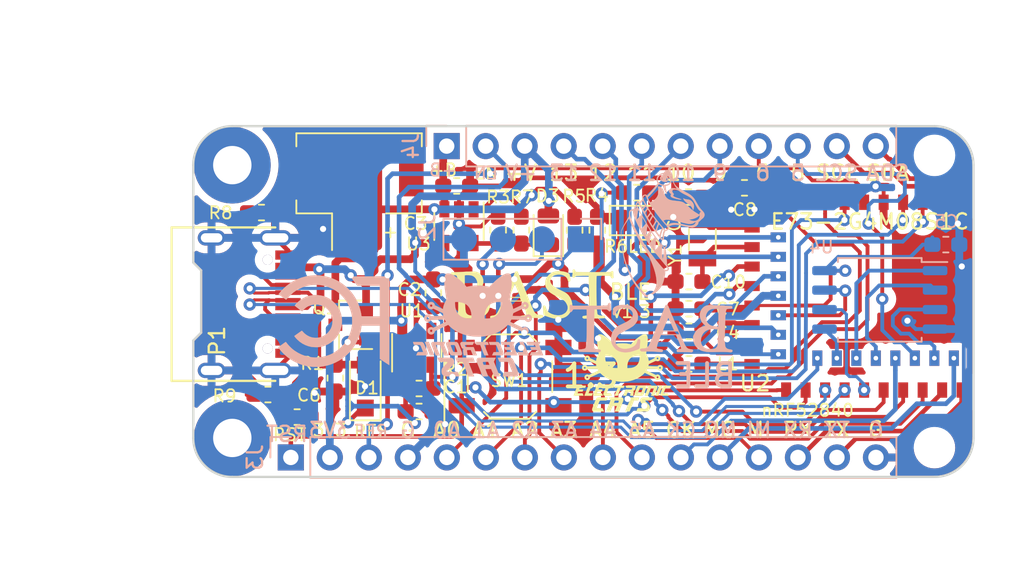
<source format=kicad_pcb>
(kicad_pcb (version 20221018) (generator pcbnew)
  (title_block (title "Bast-BLE") (date "2020-05-20") (rev "v1.3") (company "Electronic Cats") (comment 1 "Eduardo Contreras"))
  (layers (0 "F.Cu" signal) (31 "B.Cu" signal) (34 "B.Paste" user) (35 "F.Paste" user) (36 "B.SilkS" user "B.Silkscreen") (37 "F.SilkS" user "F.Silkscreen") (38 "B.Mask" user) (39 "F.Mask" user) (44 "Edge.Cuts" user))
  (net 0 "")
  (net 1 "+BATT")
  (net 2 "GND")
  (net 3 "VBUS")
  (net 4 "/TX")
  (net 5 "/RX")
  (net 6 "/MISO")
  (net 7 "/MOSI")
  (net 8 "/SCK")
  (net 9 "/A5")
  (net 10 "/A4")
  (net 11 "/A3")
  (net 12 "/A2")
  (net 13 "/A1")
  (net 14 "/A0")
  (net 15 "+3V3")
  (net 16 "/SDA")
  (net 17 "/SCL")
  (net 18 "/EN")
  (net 19 "Net-(C1-Pad1)")
  (net 20 "/AREF")
  (net 21 "Net-(D2-Pad2)")
  (net 22 "Net-(D3-Pad1)")
  (net 23 "Net-(R3-Pad1)")
  (net 24 "/LED")
  (net 25 "/VBAT")
  (net 26 "Net-(R7-Pad2)")
  (net 27 "Net-(P1-PadA5)")
  (net 28 "Net-(P1-PadB5)")
  (net 29 "Net-(U1-Pad4)")
  (net 30 "/QSPI_DATA3")
  (net 31 "/QSPI_SCK")
  (net 32 "/QSPI_DATA0")
  (net 33 "/QSPI_DATA2")
  (net 34 "/QSPI_DATA1")
  (net 35 "/QSPI_CS")
  (net 36 "/D5")
  (net 37 "/D+")
  (net 38 "/D6")
  (net 39 "/D10")
  (net 40 "/SWCLK")
  (net 41 "/SWDIO")
  (net 42 "/D-")
  (net 43 "/RST")
  (net 44 "/D13")
  (net 45 "Net-(L1-Pad2)")
  (net 46 "/D11")
  (net 47 "/D9")
  (net 48 "/D12")
  (net 49 "Net-(C9-Pad1)")
  (net 50 "Net-(C10-Pad1)")
  (footprint "MountingHole:MountingHole_2.5mm_Pad" (layer "F.Cu") (at 129.54 101.6)
    (fp_text reference "REF**" hide)
    (fp_text value "MountingHole_2.5mm_Pad" hide)
  )
  (footprint "MountingHole:MountingHole_2.5mm_Pad" (layer "F.Cu") (at 129.54 83.82)
    (fp_text reference "REF**" hide)
    (fp_text value "MountingHole_2.5mm_Pad" hide)
  )
  (footprint "MountingHole:MountingHole_2.2mm_M2" (layer "F.Cu") (at 175.26 83.185)
    (fp_text reference "REF**" hide)
    (fp_text value "MountingHole_2.2mm_M2" hide)
  )
  (footprint "MountingHole:MountingHole_2.2mm_M2" (layer "F.Cu") (at 175.26 102.235)
    (fp_text reference "REF**" hide)
    (fp_text value "MountingHole_2.2mm_M2" hide)
  )
  (footprint "Connector_JST:JST_PH_B2B-PH-SM4-TB_1x02-1MP_P2.00mm_Vertical" (layer "F.Cu") (at 137.795 86.106)
    (fp_text reference "J1" hide)
    (fp_text value "Conn_Battery" hide)
  )
  (footprint "Rf:E73-2G4M08S1C-52840" (layer "F.Cu") (at 163 92.36)
    (fp_text reference "U2")
    (fp_text value "E73-2G4M08S1C")
  )
  (footprint "Capacitor_SMD:C_0603_1608Metric_Pad1.05x0.95mm_HandSolder" (layer "F.Cu") (at 159.275 94.65 180)
    (fp_text reference "C4")
    (fp_text value "0.1uF")
  )
  (footprint "Capacitor_SMD:C_0603_1608Metric_Pad1.05x0.95mm_HandSolder" (layer "F.Cu") (at 159.275 93.175 180)
    (fp_text reference "C7")
    (fp_text value "0.1uF")
  )
  (footprint "Capacitor_SMD:C_0603_1608Metric_Pad1.05x0.95mm_HandSolder" (layer "F.Cu") (at 162.89 85.3 180)
    (fp_text reference "C8")
    (fp_text value "0.1uF")
  )
  (footprint "Capacitor_SMD:C_0603_1608Metric_Pad1.05x0.95mm_HandSolder" (layer "F.Cu") (at 159.25 85.9 180)
    (fp_text reference "C9")
    (fp_text value "22pF")
  )
  (footprint "Inductor_SMD:L_0603_1608Metric_Pad1.05x0.95mm_HandSolder" (layer "F.Cu") (at 159.275 96.775)
    (fp_text reference "L1")
    (fp_text value "10uH")
  )
  (footprint "Resistor_SMD:R_0603_1608Metric_Pad1.05x0.95mm_HandSolder" (layer "F.Cu") (at 146.85 88.05 90)
    (fp_text reference "R3")
    (fp_text value "4K7")
  )
  (footprint "Resistor_SMD:R_0603_1608Metric_Pad1.05x0.95mm_HandSolder" (layer "F.Cu") (at 151.83 88.06 -90)
    (fp_text reference "R5")
    (fp_text value "100K")
  )
  (footprint "Resistor_SMD:R_0603_1608Metric_Pad1.05x0.95mm_HandSolder" (layer "F.Cu") (at 153.305 88.06 90)
    (fp_text reference "R6")
    (fp_text value "100K")
  )
  (footprint "Resistor_SMD:R_0603_1608Metric_Pad1.05x0.95mm_HandSolder" (layer "F.Cu") (at 131.44 86.91 180)
    (fp_text reference "R8")
    (fp_text value "5K1")
  )
  (footprint "Resistor_SMD:R_0603_1608Metric_Pad1.05x0.95mm_HandSolder" (layer "F.Cu") (at 131.86 98.77 180)
    (fp_text reference "R9")
    (fp_text value "5K1")
  )
  (footprint "Crystal:Crystal_SMD_3215-2Pin_3.2x1.5mm" (layer "F.Cu") (at 160.15 88.67 90)
    (fp_text reference "Y1")
    (fp_text value "32Khz")
  )
  (footprint "Connectors_ElectronicCats:C393939" (layer "F.Cu") (at 132.34 92.88 -90)
    (fp_text reference "P1")
    (fp_text value "USB_C_Plug_USB2.0")
  )
  (footprint "Resistor_SMD:R_0603_1608Metric_Pad1.05x0.95mm_HandSolder" (layer "F.Cu") (at 136.25 97.7 -90)
    (fp_text reference "R1")
    (fp_text value "100K")
  )
  (footprint "Package_TO_SOT_SMD:SOT-23" (layer "F.Cu") (at 137.25 94.225 180)
    (fp_text reference "Q1")
    (fp_text value "DMG3415U-7")
  )
  (footprint "Diode_SMD:D_SOD-123F" (layer "F.Cu") (at 138.2 98.25 90)
    (fp_text reference "D1")
    (fp_text value "MBR120")
  )
  (footprint "Capacitor_SMD:C_0603_1608Metric_Pad1.05x0.95mm_HandSolder" (layer "F.Cu") (at 142.63 92.145 -90)
    (fp_text reference "C2")
    (fp_text value "10uF")
  )
  (footprint "Capacitor_SMD:C_0603_1608Metric_Pad1.05x0.95mm_HandSolder" (layer "F.Cu") (at 141.7 99.875)
    (fp_text reference "C1")
    (fp_text value "10uF")
  )
  (footprint "Package_TO_SOT_SMD:SOT-23-5" (layer "F.Cu") (at 141.555 95.725 90)
    (fp_text reference "U1")
    (fp_text value "AP2112K-3.3")
  )
  (footprint "Resistor_SMD:R_0603_1608Metric_Pad1.05x0.95mm_HandSolder" (layer "F.Cu") (at 141.7 98.375)
    (fp_text reference "R2")
    (fp_text value "100K")
  )
  (footprint "Capacitor_SMD:C_0603_1608Metric_Pad1.05x0.95mm_HandSolder" (layer "F.Cu") (at 144.15 85.175 180)
    (fp_text reference "C3")
    (fp_text value "10uF")
  )
  (footprint "Resistor_SMD:R_0603_1608Metric_Pad1.05x0.95mm_HandSolder" (layer "F.Cu") (at 148.36 88.055 90)
    (fp_text reference "R7")
    (fp_text value "1K")
  )
  (footprint "LED_SMD:LED_0805_2012Metric" (layer "F.Cu") (at 150.12 88.07 90)
    (fp_text reference "D3")
    (fp_text value "LED")
  )
  (footprint "Aesthetics:electronic_cats_logo_4x3" (layer "F.Cu") (at 154.94 97.36)
    (fp_text reference "G***" hide)
    (fp_text value "LOGO" hide)
  )
  (footprint "LED_SMD:LED_0805_2012Metric" (layer "F.Cu") (at 155.8 87.43)
    (fp_text reference "D2")
    (fp_text value "LED")
  )
  (footprint "Capacitor_SMD:C_0603_1608Metric_Pad1.05x0.95mm_HandSolder" (layer "F.Cu") (at 133.76 100.24 180)
    (fp_text reference "C6")
    (fp_text value "0.1uF")
  )
  (footprint "Capacitor_SMD:C_0603_1608Metric_Pad1.05x0.95mm_HandSolder" (layer "F.Cu") (at 159.275 91.41 180)
    (fp_text reference "C10")
    (fp_text value "22pF")
  )
  (footprint "Resistor_SMD:R_0603_1608Metric_Pad1.05x0.95mm_HandSolder" (layer "F.Cu") (at 155.874 85.614)
    (fp_text reference "R4")
    (fp_text value "1K")
  )
  (footprint "Aesthetics:bast_8x8" (layer "F.Cu") (at 149.07 87.79)
    (fp_text reference "G***" hide)
    (fp_text value "LOGO" hide)
  )
  (footprint "Package_TO_SOT_SMD:SOT-23-5" (layer "F.Cu") (at 144.3 87.8 -90)
    (fp_text reference "U3")
    (fp_text value "MCP73831-2-OT")
  )
  (footprint "Button_Switch_SMD:SW_SPST_TL3342" (layer "F.Cu") (at 147.625 97.6)
    (fp_text reference "SW1")
    (fp_text value "RESET")
  )
  (footprint "Aesthetics:electronic_cats_logo_8x6" (layer "B.Cu") (at 145.542 94.234 180)
    (fp_text reference "G***" hide)
    (fp_text value "LOGO" hide)
  )
  (footprint "Aesthetics:bast_8x8" (layer "B.Cu") (at 156.8 89.98 180)
    (fp_text reference "G***" hide)
    (fp_text value "LOGO" hide)
  )
  (footprint "Connector_PinHeader_2.54mm:PinHeader_1x16_P2.54mm_Vertical" (layer "B.Cu") (at 133.35 102.87 -90)
    (fp_text reference "J3")
    (fp_text value "Conn_left")
  )
  (footprint "Package_SO:SOIC-8_5.23x5.23mm_P1.27mm" (layer "B.Cu") (at 171.7 92.6 180)
    (fp_text reference "U4")
    (fp_text value "W25Q32JVSS")
  )
  (footprint "Capacitor_SMD:C_0603_1608Metric_Pad1.05x0.95mm_HandSolder" (layer "B.Cu") (at 176 89)
    (fp_text reference "C5")
    (fp_text value "0.1uF")
  )
  (footprint "Symbol:FCC-Logo_7.3x6mm_SilkScreen" (layer "B.Cu") (at 136.144 93.98 180)
    (fp_text reference "REF**" hide)
    (fp_text value "FCC-Logo_7.3x6mm_SilkScreen" hide)
  )
  (footprint "Connector_PinHeader_2.54mm:PinHeader_1x12_P2.54mm_Vertical" (layer "B.Cu") (at 143.5 82.58 -90)
    (fp_text reference "J4")
    (fp_text value "Conn_right")
  )
  (footprint "Connector_PinSocket_2.54mm:PinSocket_1x04_P2.54mm_Vertical" (layer "B.Cu") (at 152.24 88.65 90)
    (fp_text reference "J2")
    (fp_text value "SWD")
  )
  (gr_line (start 143.35 100.6) (end 143.35 96.65) (stroke (width 0.12)) (layer "F.SilkS"))
  (gr_line (start 129.54 104.14) (end 175.26 104.14) (stroke (width 0.15)) (layer "Edge.Cuts"))
  (gr_arc (start 175.26 81.28) (mid 177.056051 82.023949) (end 177.8 83.82) (stroke (width 0.15)) (layer "Edge.Cuts"))
  (gr_line (start 175.26 81.28) (end 129.54 81.28) (stroke (width 0.15)) (layer "Edge.Cuts"))
  (gr_arc (start 177.8 101.6) (mid 177.056051 103.396051) (end 175.26 104.14) (stroke (width 0.15)) (layer "Edge.Cuts"))
  (gr_arc (start 127 83.82) (mid 127.743949 82.023949) (end 129.54 81.28) (stroke (width 0.15)) (layer "Edge.Cuts"))
  (gr_line (start 127 83.82) (end 127 90.17) (stroke (width 0.15)) (layer "Edge.Cuts"))
  (gr_line (start 127 90.17) (end 127.508 90.678) (stroke (width 0.15)) (layer "Edge.Cuts"))
  (gr_line (start 127.508 90.678) (end 127.508 94.742) (stroke (width 0.15)) (layer "Edge.Cuts"))
  (gr_line (start 127.508 94.742) (end 127 95.25) (stroke (width 0.15)) (layer "Edge.Cuts"))
  (gr_line (start 127 95.25) (end 127 101.6) (stroke (width 0.15)) (layer "Edge.Cuts"))
  (gr_arc (start 129.54 104.14) (mid 127.743949 103.396051) (end 127 101.6) (stroke (width 0.15)) (layer "Edge.Cuts"))
  (gr_line (start 177.8 101.6) (end 177.8 83.82) (stroke (width 0.15)) (layer "Edge.Cuts"))
  (gr_text "RST" (at 133.096 101.346) (layer "B.SilkS") (effects (font (size 1 1)) (justify mirror)))
  (gr_text "3V3" (at 135.89 101.092) (layer "B.SilkS") (effects (font (size 1 1)) (justify mirror)))
  (gr_text "REF" (at 138.575 101.175) (layer "B.SilkS") (effects (font (size 0.8 0.8) (thickness 0.12)) (justify mirror)))
  (gr_text "G" (at 140.97 101.092) (layer "B.SilkS") (effects (font (size 1 1)) (justify mirror)))
  (gr_text "A0" (at 143.51 101.092) (layer "B.SilkS") (effects (font (size 1 1)) (justify mirror)))
  (gr_text "A2" (at 148.59 101.092) (layer "B.SilkS") (effects (font (size 1 1)) (justify mirror)))
  (gr_text "A1" (at 146.05 101.092) (layer "B.SilkS") (effects (font (size 1 1)) (justify mirror)))
  (gr_text "A3" (at 151.13 101.092) (layer "B.SilkS") (effects (font (size 1 1)) (justify mirror)))
  (gr_text "A4" (at 153.67 101.092) (layer "B.SilkS") (effects (font (size 1 1)) (justify mirror)))
  (gr_text "A5" (at 156.21 101.092) (layer "B.SilkS") (effects (font (size 1 1)) (justify mirror)))
  (gr_text "CK" (at 158.75 101.092) (layer "B.SilkS") (effects (font (size 1 1)) (justify mirror)))
  (gr_text "MO" (at 161.29 101.092) (layer "B.SilkS") (effects (font (size 1 1)) (justify mirror)))
  (gr_text "MI" (at 163.83 101.092) (layer "B.SilkS") (effects (font (size 1 1)) (justify mirror)))
  (gr_text "RX" (at 166.37 101.092) (layer "B.SilkS") (effects (font (size 1 1)) (justify mirror)))
  (gr_text "TX" (at 168.91 101.092) (layer "B.SilkS") (effects (font (size 1 1)) (justify mirror)))
  (gr_text "SDA" (at 172.212 84.328) (layer "B.SilkS") (effects (font (size 1 1)) (justify mirror)))
  (gr_text "SCL" (at 168.91 84.328) (layer "B.SilkS") (effects (font (size 1 1)) (justify mirror)))
  (gr_text "5" (at 166.37 84.328) (layer "B.SilkS") (effects (font (size 1 1)) (justify mirror)))
  (gr_text "6" (at 164.084 84.328) (layer "B.SilkS") (effects (font (size 1 1)) (justify mirror)))
  (gr_text "9" (at 161.29 84.328) (layer "B.SilkS") (effects (font (size 1 1)) (justify mirror)))
  (gr_text "10" (at 158.75 84.328) (layer "B.SilkS") (effects (font (size 1 1)) (justify mirror)))
  (gr_text "11" (at 156.21 84.328) (layer "B.SilkS") (effects (font (size 1 1)) (justify mirror)))
  (gr_text "11" (at 156.21 84.328) (layer "B.SilkS") (effects (font (size 1 1)) (justify mirror)))
  (gr_text "13" (at 151.13 84.328) (layer "B.SilkS") (effects (font (size 1 1)) (justify mirror)))
  (gr_text "12" (at 153.67 84.328) (layer "B.SilkS") (effects (font (size 1 1)) (justify mirror)))
  (gr_text "+V" (at 148.336 84.328) (layer "B.SilkS") (effects (font (size 1 1)) (justify mirror)))
  (gr_text "EN" (at 146.05 84.328) (layer "B.SilkS") (effects (font (size 0.8 0.8) (thickness 0.12)) (justify mirror)))
  (gr_text "+B" (at 143.256 84.14) (layer "B.SilkS") (effects (font (size 0.8 0.8) (thickness 0.12)) (justify mirror)))
  (gr_text "G" (at 171.45 101.1) (layer "B.SilkS") (effects (font (size 1 1)) (justify mirror)))
  (gr_text "BLE" (at 160.274 97.536) (layer "B.SilkS") (effects (font (size 1.5 1.5) (thickness 0.25)) (justify mirror)))
  (gr_text "+" (at 139.83 88.16) (layer "F.SilkS") (effects (font (size 0.8 0.8) (thickness 0.12))))
  (gr_text "BLE" (at 155.46 92.08) (layer "F.SilkS") (effects (font (size 1 1))))
  (gr_text "v1.3" (at 155.53 93.37) (layer "F.SilkS") (effects (font (size 0.8 0.8) (thickness 0.12))))
  (gr_text "1.3" (at 152.88 97.56) (layer "F.SilkS") (effects (font (size 1.5 1.5) (thickness 0.25))))
  (gr_text "nRF52840" (at 167 99.8) (layer "F.SilkS") (effects (font (size 0.8 0.8) (thickness 0.12))))
  (gr_text "G" (at 171.44 101.05) (layer "F.SilkS") (effects (font (size 1 1))))
  (gr_text "11" (at 156.21 84.328) (layer "F.SilkS") (effects (font (size 1 1))))
  (gr_text "REF" (at 138.575 101.175) (layer "F.SilkS") (effects (font (size 0.8 0.8) (thickness 0.12))))
  (gr_text "A3" (at 151.13 101.092) (layer "F.SilkS") (effects (font (size 1 1))))
  (gr_text "12" (at 153.67 84.328) (layer "F.SilkS") (effects (font (size 1 1))))
  (gr_text "G" (at 140.97 101.092) (layer "F.SilkS") (effects (font (size 1 1))))
  (gr_text "A0" (at 143.51 101.092) (layer "F.SilkS") (effects (font (size 1 1))))
  (gr_text "3V3" (at 135.89 101.092) (layer "F.SilkS") (effects (font (size 0.8 0.8) (thickness 0.12))))
  (gr_text "5" (at 166.37 84.328) (layer "F.SilkS") (effects (font (size 1 1))))
  (gr_text "EN" (at 146.05 84.328) (layer "F.SilkS") (effects (font (size 0.8 0.8) (thickness 0.12))))
  (gr_text "RX" (at 166.37 101.092) (layer "F.SilkS") (effects (font (size 1 1))))
  (gr_text "RST" (at 133.27 101.39) (layer "F.SilkS") (effects (font (size 0.8 0.8) (thickness 0.12))))
  (gr_text "CK" (at 158.75 101.092) (layer "F.SilkS") (effects (font (size 1 1))))
  (gr_text "+B" (at 143.27 84.14) (layer "F.SilkS") (effects (font (size 0.8 0.8) (thickness 0.12))))
  (gr_text "A2" (at 148.59 101.092) (layer "F.SilkS") (effects (font (size 1 1))))
  (gr_text "6" (at 164.084 84.328) (layer "F.SilkS") (effects (font (size 1 1))))
  (gr_text "A1" (at 146.05 101.092) (layer "F.SilkS") (effects (font (size 1 1))))
  (gr_text "TX" (at 168.91 101.092) (layer "F.SilkS") (effects (font (size 1 1))))
  (gr_text "SCL" (at 168.91 84.328) (layer "F.SilkS") (effects (font (size 1 1))))
  (gr_text "MO" (at 161.29 101.092) (layer "F.SilkS") (effects (font (size 1 1))))
  (gr_text "A4" (at 153.67 101.092) (layer "F.SilkS") (effects (font (size 1 1))))
  (gr_text "SDA" (at 172.212 84.328) (layer "F.SilkS") (effects (font (size 1 1))))
  (gr_text "10" (at 158.75 84.328) (layer "F.SilkS") (effects (font (size 1 1))))
  (gr_text "A5" (at 156.21 101.092) (layer "F.SilkS") (effects (font (size 1 1))))
  (gr_text "MI" (at 163.83 101.092) (layer "F.SilkS") (effects (font (size 1 1))))
  (gr_text "13" (at 151.13 84.328) (layer "F.SilkS") (effects (font (size 1 1))))
  (gr_text "9" (at 161.29 84.328) (layer "F.SilkS") (effects (font (size 1 1))))
  (gr_text "+V" (at 148.336 84.328) (layer "F.SilkS") (effects (font (size 1 1))))
  (segment (start 135.331 81.82) (end 140.55 81.82) (width 0.3) (layer "F.Cu") (net 0))
  (segment (start 134.395 84.356) (end 134.395 82.756) (width 0.3) (layer "F.Cu") (net 0))
  (segment (start 140.55 81.82) (end 141.195 82.465) (width 0.3) (layer "F.Cu") (net 0))
  (segment (start 141.195 82.465) (end 141.195 84.356) (width 0.3) (layer "F.Cu") (net 0))
  (segment (start 134.395 82.756) (end 135.331 81.82) (width 0.3) (layer "F.Cu") (net 0))
  (segment (start 143.275 85.175) (end 143.275 82.805) (width 0.5) (layer "F.Cu") (net 1))
  (segment (start 143.35 85.25) (end 143.275 85.175) (width 0.5) (layer "F.Cu") (net 1))
  (segment (start 149.429999 85.380001) (end 150.570001 85.380001) (width 0.3) (layer "F.Cu") (net 1))
  (segment (start 149.03 85.78) (end 149.429999 85.380001) (width 0.3) (layer "F.Cu") (net 1))
  (segment (start 136.55 89.9) (end 138.251 89.9) (width 0.5) (layer "F.Cu") (net 1))
  (segment (start 151.83 87.185) (end 151.83 86.66) (width 0.3) (layer "F.Cu") (net 1))
  (segment (start 138.795 89.356) (end 138.795 86.606) (width 0.5) (layer "F.Cu") (net 1))
  (segment (start 143.35 86.7) (end 143.35 85.25) (width 0.5) (layer "F.Cu") (net 1))
  (segment (start 151.83 86.66) (end 150.86 85.67) (width 0.3) (layer "F.Cu") (net 1))
  (segment (start 138.251 89.9) (end 138.795 89.356) (width 0.5) (layer "F.Cu") (net 1))
  (segment (start 143.35 86.7) (end 138.889 86.7) (width 0.5) (layer "F.Cu") (net 1))
  (segment (start 138.889 86.7) (end 138.795 86.606) (width 0.5) (layer "F.Cu") (net 1))
  (segment (start 136.25 90.2) (end 136.55 89.9) (width 0.5) (layer "F.Cu") (net 1))
  (segment (start 143.275 82.805) (end 143.5 82.58) (width 0.5) (layer "F.Cu") (net 1))
  (segment (start 136.25 94.225) (end 136.25 90.2) (width 0.5) (layer "F.Cu") (net 1))
  (segment (start 150.570001 85.380001) (end 150.86 85.67) (width 0.3) (layer "F.Cu") (net 1))
  (via (at 149.03 85.78) (size 0.8) (drill 0.4) (layers "F.Cu" "B.Cu") (net 1))
  (via (at 142.7 86.7) (size 0.8) (drill 0.4) (layers "F.Cu" "B.Cu") (net 1))
  (segment (start 142.7 86.7) (end 148.11 86.7) (width 0.5) (layer "B.Cu") (net 1))
  (segment (start 148.11 86.7) (end 149.03 85.78) (width 0.5) (layer "B.Cu") (net 1))
  (segment (start 148.89 85.92) (end 149.03 85.78) (width 0.3) (layer "B.Cu") (net 1))
  (segment (start 158.4 91.79) (end 158.4 94.65) (width 0.3) (layer "F.Cu") (net 2))
  (segment (start 143.4 100.7) (end 143.45 100.75) (width 0.25) (layer "F.Cu") (net 2))
  (segment (start 134.565 98.575) (end 134.52 98.53) (width 0.5) (layer "F.Cu") (net 2))
  (segment (start 149.489953 91.95001) (end 150.00001 91.95001) (width 0.5) (layer "F.Cu") (net 2))
  (segment (start 157.95 84.65) (end 158.225 84.8) (width 0.3) (layer "F.Cu") (net 2))
  (segment (start 144.47 87.82) (end 144.3 87.65) (width 0.25) (layer "F.Cu") (net 2))
  (segment (start 148.69999 91.95001) (end 148.4 92.25) (width 0.5) (layer "F.Cu") (net 2))
  (segment (start 162.015 86.715) (end 162.025 86.725) (width 0.3) (layer "F.Cu") (net 2))
  (segment (start 153.499998 84.65) (end 155.65 84.65) (width 0.3) (layer "F.Cu") (net 2))
  (segment (start 172.212 85.12501) (end 171.49999 85.12501) (width 0.3) (layer "F.Cu") (net 2))
  (segment (start 149.489953 91.95001) (end 148.75 91.95001) (width 0.5) (layer "F.Cu") (net 2))
  (segment (start 149.501862 91.938101) (end 149.489953 91.95001) (width 0.5) (layer "F.Cu") (net 2))
  (segment (start 134.985 98.575) (end 134.9 98.66) (width 0.3) (layer "F.Cu") (net 2))
  (segment (start 171.95 85.38701) (end 172.212 85.12501) (width 0.25) (layer "F.Cu") (net 2))
  (segment (start 173.5 93.96001) (end 173.5 88.99) (width 0.25) (layer "F.Cu") (net 2))
  (segment (start 141.67501 99.50001) (end 141.67501 97.72501) (width 0.25) (layer "F.Cu") (net 2))
  (segment (start 136.54 87.98) (end 135.45 87.98) (width 0.3) (layer "F.Cu") (net 2))
  (segment (start 152.839999 86.030001) (end 152.839999 85.309999) (width 0.3) (layer "F.Cu") (net 2))
  (segment (start 132.885 100.24) (end 132.885 99.415) (width 0.3) (layer "F.Cu") (net 2))
  (segment (start 144.3 85.9) (end 144.3 86.7) (width 0.25) (layer "F.Cu") (net 2))
  (segment (start 141.85 93.02) (end 142.63 93.02) (width 0.3) (layer "F.Cu") (net 2))
  (segment (start 155.65 84.65) (end 148.45 84.65) (width 0.3) (layer "F.Cu") (net 2))
  (segment (start 142.575 99.875) (end 143.4 100.7) (width 0.25) (layer "F.Cu") (net 2))
  (segment (start 134.9 98.66) (end 134.565 98.575) (width 0.5) (layer "F.Cu") (net 2))
  (segment (start 171.49999 85.12501) (end 171.425 85.2) (width 0.3) (layer "F.Cu") (net 2))
  (segment (start 145.025 90.55) (end 145.025 92.2) (width 0.3) (layer "F.Cu") (net 2))
  (segment (start 145.025 92.2) (end 144.205 93.02) (width 0.3) (layer "F.Cu") (net 2))
  (segment (start 162.015 85.3) (end 162.015 86.715) (width 0.3) (layer "F.Cu") (net 2))
  (segment (start 145.73 87.82) (end 144.47 87.82) (width 0.25) (layer "F.Cu") (net 2))
  (segment (start 158.59 90.745) (end 158.4 90.935) (width 0.3) (layer "F.Cu") (net 2))
  (segment (start 147.875 85.175) (end 145.025 85.175) (width 0.3) (layer "F.Cu") (net 2))
  (segment (start 136.25 98.575) (end 134.985 98.575) (width 0.3) (layer "F.Cu") (net 2))
  (segment (start 141.5 93.37) (end 141.85 93.02) (width 0.3) (layer "F.Cu") (net 2))
  (segment (start 158.4 90.935) (end 158.4 91.41) (width 0.3) (layer "F.Cu") (net 2))
  (segment (start 150.765 93.895) (end 150.765 93.201239) (width 0.5) (layer "F.Cu") (net 2))
  (segment (start 173.5 88.99) (end 171.95 87.44) (width 0.25) (layer "F.Cu") (net 2))
  (segment (start 158.4 85.1) (end 158.4 85.875) (width 0.3) (layer "F.Cu") (net 2))
  (segment (start 142.575 99.875) (end 142.05 99.875) (width 0.25) (layer "F.Cu") (net 2))
  (segment (start 160.99 84.8) (end 158.225 84.8) (width 0.3) (layer "F.Cu") (net 2))
  (segment (start 155.65 84.65) (end 157.95 84.65) (width 0.3) (layer "F.Cu") (net 2))
  (segment (start 153.305 86.66) (end 151.72 85.075) (width 0.3) (layer "F.Cu") (net 2))
  (segment (start 154.8625 87.43) (end 153.55 87.43) (width 0.25) (layer "F.Cu") (net 2))
  (segment (start 158.59 88.105685) (end 158.59 90.745) (width 0.3) (layer "F.Cu") (net 2))
  (segment (start 136.25 98.575) (end 137.835 98.575) (width 0.3) (layer "F.Cu") (net 2))
  (segment (start 158.25 87.2) (end 158.25 87.765685) (width 0.3) (layer "F.Cu") (net 2))
  (segment (start 133.165 89.385) (end 132.34 88.56) (width 0.3) (layer "F.Cu") (net 2))
  (segment (start 141.555 97.605) (end 141.555 96.825) (width 0.25) (layer "F.Cu") (net 2))
  (segment (start 152.839999 85.309999) (end 153.499998 84.65) (width 0.3) (layer "F.Cu") (net 2))
  (segment (start 158.4 85.875) (end 158.375 85.9) (width 0.3) (layer "F.Cu") (net 2))
  (segment (start 132.25 97.29) (end 132.34 97.2) (width 0.3) (layer "F.Cu") (net 2))
  (segment (start 145.025 85.175) (end 144.3 85.9) (width 0.25) (layer "F.Cu") (net 2))
  (segment (start 153.35 95.11) (end 153.84001 95.60001) (width 0.3) (layer "F.Cu") (net 2))
  (segment (start 133.165 89.68) (end 133.165 89.385) (width 0.3) (layer "F.Cu") (net 2))
  (segment (start 162.015 85.3) (end 161.49 85.3) (width 0.3) (layer "F.Cu") (net 2))
  (segment (start 150.775 93.905) (end 150.765 93.895) (width 0.25) (layer "F.Cu") (net 2))
  (segment (start 141.67501 97.72501) (end 141.555 97.605) (width 0.25) (layer "F.Cu") (net 2))
  (segment (start 158.25 87.765685) (end 158.59 88.105685) (width 0.3) (layer "F.Cu") (net 2))
  (segment (start 162.68 94.24) (end 161.75 95.17) (width 0.25) (layer "F.Cu") (net 2))
  (segment (start 148.75 91.95001) (end 148.69999 91.95001) (width 0.5) (layer "F.Cu") (net 2))
  (segment (start 141.555 95.805) (end 141.5 95.75) (width 0.3) (layer "F.Cu") (net 2))
  (segment (start 158.375 87.075) (end 158.25 87.2) (width 0.3) (layer "F.Cu") (net 2))
  (segment (start 171.95 86.241) (end 171.95 85.38701) (width 0.25) (layer "F.Cu") (net 2))
  (segment (start 150.775 95.7) (end 150.775 93.905) (width 0.25) (layer "F.Cu") (net 2))
  (segment (start 171.95 87.44) (end 171.95 86.241) (width 0.25) (layer "F.Cu") (net 2))
  (segment (start 132.25 98.78) (end 132.25 97.29) (width 0.3) (layer "F.Cu") (net 2))
  (segment (start 133.165 96.08) (end 133.165 96.375) (width 0.3) (layer "F.Cu") (net 2))
  (segment (start 153.305 86.495002) (end 152.839999 86.030001) (width 0.3) (layer "F.Cu") (net 2))
  (segment (start 137.835 98.575) (end 138.18 98.23) (width 0.3) (layer "F.Cu") (net 2))
  (segment (start 158.4 91.41) (end 158.4 91.79) (width 0.3) (layer "F.Cu") (net 2))
  (segment (start 163.515 86.725) (end 163.54 86.7) (width 0.3) (layer "F.Cu") (net 2))
  (segment (start 133.165 96.375) (end 132.34 97.2) (width 0.3) (layer "F.Cu") (net 2))
  (segment (start 158.375 85.9) (end 158.375 87.075) (width 0.3) (layer "F.Cu") (net 2))
  (segment (start 144.3 87.65) (end 144.3 86.7) (width 0.25) (layer "F.Cu") (net 2))
  (segment (start 144.3 86.7) (end 144.3 89.825) (width 0.3) (layer "F.Cu") (net 2))
  (segment (start 153.55 87.43) (end 153.305 87.185) (width 0.25) (layer "F.Cu") (net 2))
  (segment (start 146.85 87.175) (end 146.375 87.175) (width 0.25) (layer "F.Cu") (net 2))
  (segment (start 141.555 96.825) (end 141.555 95.805) (width 0.3) (layer "F.Cu") (net 2))
  (segment (start 141.5 95.75) (end 141.5 93.37) (width 0.3) (layer "F.Cu") (net 2))
  (segment (start 144.3 89.825) (end 145.025 90.55) (width 0.3) (layer "F.Cu") (net 2))
  (segment (start 144.205 93.02) (end 142.63 93.02) (width 0.3) (layer "F.Cu") (net 2))
  (segment (start 153.305 87.185) (end 153.305 86.66) (width 0.3) (layer "F.Cu") (net 2))
  (segment (start 142.05 99.875) (end 141.67501 99.50001) (width 0.25) (layer "F.Cu") (net 2))
  (segment (start 148.45 84.65) (end 147.9 85.2) (width 0.3) (layer "F.Cu") (net 2))
  (segment (start 153.305 87.185) (end 153.305 86.495002) (width 0.3) (layer "F.Cu") (net 2))
  (segment (start 158.225 84.8) (end 158.4 85.1) (width 0.3) (layer "F.Cu") (net 2))
  (segment (start 162.025 86.725) (end 163.515 86.725) (width 0.3) (layer "F.Cu") (net 2))
  (segment (start 134.525 98.525) (end 134.52 98.53) (width 0.3) (layer "F.Cu") (net 2))
  (segment (start 147.9 85.2) (end 147.875 85.175) (width 0.3) (layer "F.Cu") (net 2))
  (segment (start 146.375 87.175) (end 145.73 87.82) (width 0.25) (layer "F.Cu") (net 2))
  (segment (start 136.795 86.606) (end 136.795 87.725) (width 0.3) (layer "F.Cu") (net 2))
  (segment (start 163.381 94.24) (end 162.68 94.24) (width 0.25) (layer "F.Cu") (net 2))
  (segment (start 136.795 87.725) (end 136.54 87.98) (width 0.3) (layer "F.Cu") (net 2))
  (segment (start 161.49 85.3) (end 160.99 84.8) (width 0.3) (layer "F.Cu") (net 2))
  (segment (start 157.44999 95.60001) (end 158.4 94.65) (width 0.3) (layer "F.Cu") (net 2))
  (segment (start 132.885 99.415) (end 132.25 98.78) (width 0.3) (layer "F.Cu") (net 2))
  (via (at 153.35 95.11) (size 0.8) (drill 0.4) (layers "F.Cu" "B.Cu") (net 2))
  (via (at 177.038 90.424) (size 0.8) (drill 0.4) (layers "F.Cu" "B.Cu") (net 2))
  (via (at 143.4 100.7) (size 0.8) (drill 0.4) (layers "F.Cu" "B.Cu") (net 2))
  (via (at 141.5 95.75) (size 0.8) (drill 0.4) (layers "F.Cu" "B.Cu") (net 2))
  (via (at 173.5 93.96001) (size 0.8) (drill 0.4) (layers "F.Cu" "B.Cu") (net 2))
  (via (at 163.54 86.7) (size 0.8) (drill 0.4) (layers "F.Cu" "B.Cu") (net 2))
  (via (at 158.25 87.2) (size 0.8) (drill 0.4) (layers "F.Cu" "B.Cu") (net 2))
  (via (at 135.45 87.98) (size 0.8) (drill 0.4) (layers "F.Cu" "B.Cu") (net 2))
  (via (at 176.784 87.63) (size 0.8) (drill 0.4) (layers "F.Cu" "B.Cu") (net 2))
  (via (at 138.18 98.23) (size 0.8) (drill 0.4) (layers "F.Cu" "B.Cu") (net 2))
  (via (at 150.765 93.895) (size 0.8) (drill 0.4) (layers "F.Cu" "B.Cu") (net 2))
  (via (at 161.75 95.17) (size 0.8) (drill 0.4) (layers "F.Cu" "B.Cu") (net 2))
  (via (at 134.9 98.66) (size 0.8) (drill 0.4) (layers "F.Cu" "B.Cu") (net 2))
  (via (at 162.025 86.725) (size 0.8) (drill 0.4) (layers "F.Cu" "B.Cu") (net 2))
  (via (at 171.425 85.2) (size 0.8) (drill 0.4) (layers "F.Cu" "B.Cu") (net 2))
  (via (at 144.3 87.65) (size 0.8) (drill 0.4) (layers "F.Cu" "B.Cu") (net 2))
  (segment (start 153.35 95.11) (end 153.35 95.11) (width 0.3) (layer "B.Cu") (net 2))
  (segment (start 176.875 90.261) (end 177.038 90.424) (width 0.25) (layer "B.Cu") (net 2))
  (segment (start 141.23 102.87) (end 140.97 102.87) (width 0.25) (layer "B.Cu") (net 2))
  (segment (start 161.75 95.17) (end 160.94999 95.97001) (width 0.3) (layer "B.Cu") (net 2))
  (segment (start 176.875 89) (end 176.875 90.261) (width 0.25) (layer "B.Cu") (net 2))
  (segment (start 176.875 89) (end 176.875 87.721) (width 0.25) (layer "B.Cu") (net 2))
  (segment (start 165.092 96.147) (end 162.727 96.147) (width 0.25) (layer "B.Cu") (net 2))
  (segment (start 160.94999 95.97001) (end 158.411007 95.97001) (width 0.3) (layer "B.Cu") (net 2))
  (segment (start 177.172001 99.802999) (end 177.172001 94.872001) (width 0.25) (layer "B.Cu") (net 2))
  (segment (start 153.35 95.11) (end 151.98 95.11) (width 0.3) (layer "B.Cu") (net 2))
  (segment (start 176.875 87.721) (end 176.784 87.63) (width 0.25) (layer "B.Cu") (net 2))
  (segment (start 176.805 94.505) (end 175.3 94.505) (width 0.25) (layer "B.Cu") (net 2))
  (segment (start 143.4 100.7) (end 143.14 100.7) (width 0.5) (layer "B.Cu") (net 2))
  (segment (start 144.62 88.65) (end 144.62 87.97) (width 0.3) (layer "B.Cu") (net 2))
  (segment (start 144.62 87.97) (end 144.3 87.65) (width 0.3) (layer "B.Cu") (net 2))
  (segment (start 157.940954 95.499957) (end 153.519957 95.499957) (width 0.3) (layer "B.Cu") (net 2))
  (segment (start 162.727 96.147) (end 161.75 95.17) (width 0.25) (layer "B.Cu") (net 2))
  (segment (start 177.172001 94.872001) (end 176.805 94.505) (width 0.25) (layer "B.Cu") (net 2))
  (segment (start 158.411007 95.97001) (end 157.940954 95.499957) (width 0.3) (layer "B.Cu") (net 2))
  (segment (start 176.65 100.325) (end 177.172001 99.802999) (width 0.25) (layer "B.Cu") (net 2))
  (segment (start 174.04499 94.505) (end 173.5 93.96001) (width 0.25) (layer "B.Cu") (net 2))
  (segment (start 153.519957 95.499957) (end 153.35 95.33) (width 0.3) (layer "B.Cu") (net 2))
  (segment (start 143.14 100.7) (end 140.97 102.87) (width 0.5) (layer "B.Cu") (net 2))
  (segment (start 175.3 94.505) (end 174.04499 94.505) (width 0.25) (layer "B.Cu") (net 2))
  (segment (start 151.98 95.11) (end 150.765 93.895) (width 0.3) (layer "B.Cu") (net 2))
  (segment (start 153.35 95.33) (end 153.35 95.11) (width 0.3) (layer "B.Cu") (net 2))
  (segment (start 135.2 90.6) (end 135.08 90.48) (width 0.5) (layer "F.Cu") (net 3))
  (segment (start 137.25 91) (end 137.25 91) (width 0.5) (layer "F.Cu") (net 3))
  (segment (start 135.375 96.825) (end 136.25 96.825) (width 0.5) (layer "F.Cu") (net 3))
  (segment (start 138.25 91.6) (end 138.25 93.275) (width 0.5) (layer "F.Cu") (net 3))
  (segment (start 134.53 100.24) (end 134.112 99.822) (width 0.5) (layer "F.Cu") (net 3))
  (segment (start 135.075 95.275) (end 135.075 96.325) (width 0.5) (layer "F.Cu") (net 3))
  (segment (start 135.075 96.325) (end 135.075 96.675) (width 0.5) (layer "F.Cu") (net 3))
  (segment (start 134.36 95.28) (end 134.37 95.27) (width 0.25) (layer "F.Cu") (net 3))
  (segment (start 138.25 91.6) (end 138.2 91.6) (width 0.5) (layer "F.Cu") (net 3))
  (segment (start 134.35 90.48) (end 133.165 90.48) (width 0.3) (layer "F.Cu") (net 3))
  (segment (start 135.075 95.275) (end 135.075 94.775) (width 0.5) (layer "F.Cu") (net 3))
  (segment (start 135.075 96.675) (end 134.925 96.825) (width 0.5) (layer "F.Cu") (net 3))
  (segment (start 138.799999 90.340963) (end 139.190481 89.950481) (width 0.5) (layer "F.Cu") (net 3))
  (segment (start 138.25 91.25) (end 138.25 91.6) (width 0.5) (layer "F.Cu") (net 3))
  (segment (start 141.159519 89.950481) (end 141.43 89.68) (width 0.5) (layer "F.Cu") (net 3))
  (segment (start 137.85 91.25) (end 137.5 91.25) (width 0.5) (layer "F.Cu") (net 3))
  (segment (start 134.46 95.28) (end 134.47 95.27) (width 0.3) (layer "F.Cu") (net 3))
  (segment (start 134.112 99.822) (end 134.08 99.775) (width 0.5) (layer "F.Cu") (net 3))
  (segment (start 134.775 95.275) (end 135.075 95.275) (width 0.5) (layer "F.Cu") (net 3))
  (segment (start 135.28501 90.68501) (end 135.28501 93.068176) (width 0.5) (layer "F.Cu") (net 3))
  (segment (start 133.165 95.28) (end 134.46 95.28) (width 0.3) (layer "F.Cu") (net 3))
  (segment (start 134.08 100.25) (end 134.08 99.775) (width 0.25) (layer "F.Cu") (net 3))
  (segment (start 134.37 95.27) (end 134.480002 95.28) (width 0.5) (layer "F.Cu") (net 3))
  (segment (start 134.485002 95.275) (end 134.37 95.27) (width 0.5) (layer "F.Cu") (net 3))
  (segment (start 135.075 93.775) (end 135.075 93.278186) (width 0.5) (layer "F.Cu") (net 3))
  (segment (start 166.87 99.229) (end 166.474 99.625) (width 0.25) (layer "F.Cu") (net 3))
  (segment (start 166.474 99.625) (end 165.225 99.625) (width 0.25) (layer "F.Cu") (net 3))
  (segment (start 135.075 94.775) (end 135.075 93.775) (width 0.5) (layer "F.Cu") (net 3))
  (segment (start 135.28501 93.068176) (end 135.075 93.278186) (width 0.5) (layer "F.Cu") (net 3))
  (segment (start 135.08 90.48) (end 134.35 90.48) (width 0.5) (layer "F.Cu") (net 3))
  (segment (start 141.36 88.9) (end 141.45 88.88) (width 0.5) (layer "F.Cu") (net 3))
  (segment (start 136.28 96.805) (end 136.25 96.775) (width 0.5) (layer "F.Cu") (net 3))
  (segment (start 136.25 96.825) (end 138.175 96.825) (width 0.5) (layer "F.Cu") (net 3))
  (segment (start 156.923785 98.95) (end 156.765412 99.108373) (width 0.25) (layer "F.Cu") (net 3))
  (segment (start 165.225 99.625) (end 164.55 98.95) (width 0.25) (layer "F.Cu") (net 3))
  (segment (start 134.47 95.27) (end 134.485002 95.275) (width 0.3) (layer "F.Cu") (net 3))
  (segment (start 138.25 91.25) (end 137.85 91.25) (width 0.5) (layer "F.Cu") (net 3))
  (segment (start 133.165 95.28) (end 134.36 95.28) (width 0.25) (layer "F.Cu") (net 3))
  (segment (start 134.08 99.775) (end 133.794998 99.489998) (width 0.25) (layer "F.Cu") (net 3))
  (segment (start 150.12 86.18) (end 150.15 86.15) (width 0.5) (layer "F.Cu") (net 3))
  (segment (start 138.25 91.25) (end 138.799999 90.700001) (width 0.5) (layer "F.Cu") (net 3))
  (segment (start 164.55 98.95) (end 156.923785 98.95) (width 0.25) (layer "F.Cu") (net 3))
  (segment (start 135.075 96.525) (end 135.375 96.825) (width 0.5) (layer "F.Cu") (net 3))
  (segment (start 141.47 88.9) (end 141.45 88.88) (width 0.5) (layer "F.Cu") (net 3))
  (segment (start 134.925 96.825) (end 133.669999 98.080001) (width 0.5) (layer "F.Cu") (net 3))
  (segment (start 141.43 89.68) (end 141.43 88.9) (width 0.5) (layer "F.Cu") (net 3))
  (segment (start 138.175 96.825) (end 138.2 96.85) (width 0.5) (layer "F.Cu") (net 3))
  (segment (start 150.12 87.1325) (end 150.12 86.18) (width 0.5) (layer "F.Cu") (net 3))
  (segment (start 133.669999 98.080001) (end 133.669999 99.379999) (width 0.5) (layer "F.Cu") (net 3))
  (segment (start 166.87 98.479) (end 166.87 99.229) (width 0.25) (layer "F.Cu") (net 3))
  (segment (start 141.43 88.9) (end 141.45 88.88) (width 0.5) (layer "F.Cu") (net 3))
  (segment (start 137.5 91.25) (end 137.25 91) (width 0.5) (layer "F.Cu") (net 3))
  (segment (start 134.635 100.24) (end 134.53 100.24) (width 0.5) (layer "F.Cu") (net 3))
  (segment (start 138.799999 90.700001) (end 138.799999 90.340963) (width 0.5) (layer "F.Cu") (net 3))
  (segment (start 143.35 88.9) (end 141.47 88.9) (width 0.5) (layer "F.Cu") (net 3))
  (segment (start 133.669999 99.379999) (end 134.112 99.822) (width 0.5) (layer "F.Cu") (net 3))
  (segment (start 139.190481 89.950481) (end 141.159519 89.950481) (width 0.5) (layer "F.Cu") (net 3))
  (segment (start 135.2 90.6) (end 135.28501 90.68501) (width 0.5) (layer "F.Cu") (net 3))
  (segment (start 134.925 96.825) (end 135.375 96.825) (width 0.5) (layer "F.Cu") (net 3))
  (segment (start 135.075 94.775) (end 135.075 94.975) (width 0.5) (layer "F.Cu") (net 3))
  (segment (start 133.165 95.28) (end 134.480002 95.28) (width 0.3) (layer "F.Cu") (net 3))
  (segment (start 135.075 96.325) (end 135.075 96.525) (width 0.5) (layer "F.Cu") (net 3))
  (segment (start 138.2 91.6) (end 137.85 91.25) (width 0.5) (layer "F.Cu") (net 3))
  (segment (start 156.765412 99.108373) (end 156.365413 99.508372) (width 0.25) (layer "F.Cu") (net 3))
  (segment (start 134.485002 95.275) (end 134.775 95.275) (width 0.5) (layer "F.Cu") (net 3))
  (segment (start 134.480002 95.28) (end 134.47 95.27) (width 0.3) (layer "F.Cu") (net 3))
  (via (at 137.25 91) (size 0.8) (drill 0.4) (layers "F.Cu" "B.Cu") (net 3))
  (via (at 156.365413 99.508372) (size 0.8) (drill 0.4) (layers "F.Cu" "B.Cu") (net 3))
  (via (at 150.15 86.15) (size 0.8) (drill 0.4) (layers "F.Cu" "B.Cu") (net 3))
  (via (at 141.45 88.88) (size 0.8) (drill 0.4) (layers "F.Cu" "B.Cu") (net 3))
  (via (at 135.2 90.6) (size 0.8) (drill 0.4) (layers "F.Cu" "B.Cu") (net 3))
  (segment (start 147.609999 85.839991) (end 147.55 85.85) (width 0.5) (layer "B.Cu") (net 3))
  (segment (start 141.45 88.314315) (end 141.25 88.114315) (width 0.5) (layer "B.Cu") (net 3))
  (segment (start 141.45 90.74) (end 144.648031 93.938031) (width 0.25) (layer "B.Cu") (net 3))
  (segment (start 146.064791 100.06958) (end 155.248029 100.06958) (width 0.25) (layer "B.Cu") (net 3))
  (segment (start 136.85 90.6) (end 137.25 91) (width 0.5) (layer "B.Cu") (net 3))
  (segment (start 150.15 84.15) (end 150.11 84.11) (width 0.5) (layer "B.Cu") (net 3))
  (segment (start 148.58 82.58) (end 148.58 84.86999) (width 0.5) (layer "B.Cu") (net 3))
  (segment (start 141.775 85.85) (end 147.55 85.85) (width 0.5) (layer "B.Cu") (net 3))
  (segment (start 148.58 84.86999) (end 147.609999 85.839991) (width 0.5) (layer "B.Cu") (net 3))
  (segment (start 155.61762 99.699989) (end 156.173796 99.699989) (width 0.25) (layer "B.Cu") (net 3))
  (segment (start 148.58 82.58) (end 150.11 84.11) (width 0.5) (layer "B.Cu") (net 3))
  (segment (start 141.45 88.88) (end 141.45 88.314315) (width 0.5) (layer "B.Cu") (net 3))
  (segment (start 141.45 88.88) (end 141.45 90.74) (width 0.25) (layer "B.Cu") (net 3))
  (segment (start 144.648031 93.938031) (end 144.648031 98.65282) (width 0.25) (layer "B.Cu") (net 3))
  (segment (start 141.25 86.375) (end 141.775 85.85) (width 0.5) (layer "B.Cu") (net 3))
  (segment (start 135.2 90.6) (end 136.85 90.6) (width 0.5) (layer "B.Cu") (net 3))
  (segment (start 156.173796 99.699989) (end 156.365413 99.508372) (width 0.25) (layer "B.Cu") (net 3))
  (segment (start 141.25 88.114315) (end 141.25 86.375) (width 0.5) (layer "B.Cu") (net 3))
  (segment (start 150.15 86.15) (end 150.15 84.15) (width 0.5) (layer "B.Cu") (net 3))
  (segment (start 144.648031 98.65282) (end 146.064791 100.06958) (width 0.25) (layer "B.Cu") (net 3))
  (segment (start 155.248029 100.06958) (end 155.61762 99.699989) (width 0.25) (layer "B.Cu") (net 3))
  (segment (start 175.708978 100.600022) (end 177.03 99.279) (width 0.3) (layer "F.Cu") (net 4))
  (segment (start 170.129958 101.650042) (end 173.528846 101.650042) (width 0.3) (layer "F.Cu") (net 4))
  (segment (start 168.91 102.87) (end 170.129958 101.650042) (width 0.3) (layer "F.Cu") (net 4))
  (segment (start 174.578866 100.600022) (end 175.708978 100.600022) (width 0.3) (layer "F.Cu") (net 4))
  (segment (start 173.528846 101.650042) (end 174.578866 100.600022) (width 0.3) (layer "F.Cu") (net 4))
  (segment (start 177.03 99.279) (end 177.03 98.479) (width 0.3) (layer "F.Cu") (net 4))
  (segment (start 168.219557 101.150031) (end 166.499588 102.87) (width 0.3) (layer "F.Cu") (net 5))
  (segment (start 175.76 98.479) (end 175.76 98.654) (width 0.3) (layer "F.Cu") (net 5))
  (segment (start 175.76 98.654) (end 173.263969 101.150031) (width 0.3) (layer "F.Cu") (net 5))
  (segment (start 166.499588 102.87) (end 166.37 102.87) (width 0.3) (layer "F.Cu") (net 5))
  (segment (start 173.263969 101.150031) (end 168.219557 101.150031) (width 0.3) (layer "F.Cu") (net 5))
  (segment (start 156.36562 100.824989) (end 155.965621 100.42499) (width 0.25) (layer "F.Cu") (net 6))
  (segment (start 157.140631 101.6) (end 156.36562 100.824989) (width 0.25) (layer "F.Cu") (net 6))
  (segment (start 162.56 101.6) (end 157.140631 101.6) (width 0.25) (layer "F.Cu") (net 6))
  (segment (start 163.83 102.87) (end 162.56 101.6) (width 0.25) (layer "F.Cu") (net 6))
  (via (at 155.965621 100.42499) (size 0.8) (drill 0.4) (layers "F.Cu" "B.Cu") (net 6))
  (segment (start 161.6 99.05) (end 165.11 99.05) (width 0.25) (layer "B.Cu") (net 6))
  (segment (start 165.733 99.05) (end 167.632 97.151) (width 0.25) (layer "B.Cu") (net 6))
  (segment (start 165.11 99.05) (end 165.733 99.05) (width 0.25) (layer "B.Cu") (net 6))
  (segment (start 167.632 97.151) (end 167.632 96.401) (width 0.25) (layer "B.Cu") (net 6))
  (segment (start 160.614093 100.035907) (end 161.6 99.05) (width 0.25) (layer "B.Cu") (net 6))
  (segment (start 156.806305 100.699989) (end 156.531306 100.42499) (width 0.25) (layer "B.Cu") (net 6))
  (segment (start 160.614093 100.039093) (end 160.614093 100.035907) (width 0.25) (layer "B.Cu") (net 6))
  (segment (start 159.953197 100.699989) (end 156.806305 100.699989) (width 0.25) (layer "B.Cu") (net 6))
  (segment (start 160.614093 100.039093) (end 159.953197 100.699989) (width 0.25) (layer "B.Cu") (net 6))
  (segment (start 156.531306 100.42499) (end 155.965621 100.42499) (width 0.25) (layer "B.Cu") (net 6))
  (segment (start 176.01 99.37) (end 174.11 99.37) (width 0.3) (layer "B.Cu") (net 7))
  (segment (start 161.29 102.87) (end 163.180011 100.979989) (width 0.3) (layer "B.Cu") (net 7))
  (segment (start 163.180011 100.979989) (end 172.472889 100.979989) (width 0.3) (layer "B.Cu") (net 7))
  (segment (start 176.522 98.858) (end 176.01 99.37) (width 0.3) (layer "B.Cu") (net 7))
  (segment (start 176.522 96.401) (end 176.522 98.858) (width 0.3) (layer "B.Cu") (net 7))
  (segment (start 172.472889 100.979989) (end 174.11 99.37) (width 0.3) (layer "B.Cu") (net 7))
  (segment (start 162.925 100.475) (end 171.965 100.475) (width 0.3) (layer "B.Cu") (net 8))
  (segment (start 172.712 97.201) (end 172.712 96.401) (width 0.3) (layer "B.Cu") (net 8))
  (segment (start 160.474255 102.020001) (end 162.019256 100.475) (width 0.25) (layer "B.Cu") (net 8))
  (segment (start 162.019256 100.475) (end 162.925 100.475) (width 0.25) (layer "B.Cu") (net 8))
  (segment (start 171.965 100.475) (end 172.712 99.728) (width 0.3) (layer "B.Cu") (net 8))
  (segment (start 172.712 99.728) (end 172.712 97.201) (width 0.3) (layer "B.Cu") (net 8))
  (segment (start 159.599999 102.020001) (end 160.474255 102.020001) (width 0.25) (layer "B.Cu") (net 8))
  (segment (start 158.75 102.87) (end 159.599999 102.020001) (width 0.25) (layer "B.Cu") (net 8))
  (segment (start 170.9 93.9) (end 170.9 89.1) (width 0.25) (layer "F.Cu") (net 9))
  (segment (start 168.1258 94.507022) (end 170.292978 94.507022) (width 0.25) (layer "F.Cu") (net 9))
  (segment (start 166.7 95.932822) (end 168.1258 94.507022) (width 0.25) (layer "F.Cu") (net 9))
  (segment (start 169 88.4) (end 168.14 87.54) (width 0.25) (layer "F.Cu") (net 9))
  (segment (start 170.2 88.4) (end 169 88.4) (width 0.25) (layer "F.Cu") (net 9))
  (segment (start 156.21 102.87) (end 154.555251 101.215251) (width 0.25) (layer "F.Cu") (net 9))
  (segment (start 155.215525 98.049978) (end 164.650022 98.049978) (width 0.25) (layer "F.Cu") (net 9))
  (segment (start 168.14 87.54) (end 168.14 86.991) (width 0.25) (layer "F.Cu") (net 9))
  (segment (start 166.7 96.6) (end 166.7 95.932822) (width 0.25) (layer "F.Cu") (net 9))
  (segment (start 168.14 86.991) (end 168.14 86.241) (width 0.25) (layer "F.Cu") (net 9))
  (segment (start 165.646001 97.653999) (end 166.7 96.6) (width 0.25) (layer "F.Cu") (net 9))
  (segment (start 164.650022 98.049978) (end 165.046001 97.653999) (width 0.25) (layer "F.Cu") (net 9))
  (segment (start 154.555251 98.710252) (end 155.215525 98.049978) (width 0.25) (layer "F.Cu") (net 9))
  (segment (start 154.555251 101.215251) (end 154.555251 98.710252) (width 0.25) (layer "F.Cu") (net 9))
  (segment (start 165.046001 97.653999) (end 165.646001 97.653999) (width 0.25) (layer "F.Cu") (net 9))
  (segment (start 170.9 89.1) (end 170.2 88.4) (width 0.25) (layer "F.Cu") (net 9))
  (segment (start 170.292978 94.507022) (end 170.9 93.9) (width 0.25) (layer "F.Cu") (net 9))
  (segment (start 170.4 93.3) (end 170.4 89.5) (width 0.25) (layer "F.Cu") (net 10))
  (segment (start 154.490031 97.599969) (end 153.67 98.42) (width 0.25) (layer "F.Cu") (net 10))
  (segment (start 166.2 96.449002) (end 165.549002 97.1) (width 0.25) (layer "F.Cu") (net 10))
  (segment (start 164.471002 97.1) (end 164.046035 97.524967) (width 0.25) (layer "F.Cu") (net 10))
  (segment (start 170.4 89.5) (end 169.9 89) (width 0.25) (layer "F.Cu") (net 10))
  (segment (start 153.67 98.42) (end 153.67 101.667919) (width 0.25) (layer "F.Cu") (net 10))
  (segment (start 166.2 96.449002) (end 166.2 95.796411) (width 0.25) (layer "F.Cu") (net 10))
  (segment (start 164.046035 97.524967) (end 161.8908 97.524967) (width 0.25) (layer "F.Cu") (net 10))
  (segment (start 161.8908 97.524967) (end 161.815798 97.599969) (width 0.25) (layer "F.Cu") (net 10))
  (segment (start 165.549002 97.1) (end 164.471002 97.1) (width 0.25) (layer "F.Cu") (net 10))
  (segment (start 165.6 86.991) (end 165.6 86.241) (width 0.25) (layer "F.Cu") (net 10))
  (segment (start 169.9 89) (end 167.609 89) (width 0.25) (layer "F.Cu") (net 10))
  (segment (start 166.2 95.796411) (end 167.9394 94.057011) (width 0.25) (layer "F.Cu") (net 10))
  (segment (start 153.67 101.667919) (end 153.67 102.87) (width 0.25) (layer "F.Cu") (net 10))
  (segment (start 167.9394 94.057011) (end 169.642989 94.057011) (width 0.25) (layer "F.Cu") (net 10))
  (segment (start 161.815798 97.599969) (end 154.490031 97.599969) (width 0.25) (layer "F.Cu") (net 10))
  (segment (start 166.2 96.2) (end 166.2 96.449002) (width 0.25) (layer "F.Cu") (net 10))
  (segment (start 169.642989 94.057011) (end 170.4 93.3) (width 0.25) (layer "F.Cu") (net 10))
  (segment (start 167.609 89) (end 165.6 86.991) (width 0.25) (layer "F.Cu") (net 10))
  (segment (start 151.13 102.87) (end 149.525 101.265) (width 0.25) (layer "F.Cu") (net 11))
  (segment (start 174.49 86.241) (end 174.49 87.49) (width 0.25) (layer "F.Cu") (net 11))
  (segment (start 149.525 97.440675) (end 149.625 97.340675) (width 0.25) (layer "F.Cu") (net 11))
  (segment (start 149.625 97.340675) (end 149.625 96.77499) (width 0.25) (layer "F.Cu") (net 11))
  (segment (start 149.525 101.265) (end 149.525 97.440675) (width 0.25) (layer "F.Cu") (net 11))
  (segment (start 174.49 87.49) (end 174.5 87.5) (width 0.25) (layer "F.Cu") (net 11))
  (via (at 174.5 87.5) (size 0.8) (drill 0.4) (layers "F.Cu" "B.Cu") (net 11))
  (via (at 149.625 96.77499) (size 0.8) (drill 0.4) (layers "F.Cu" "B.Cu") (net 11))
  (segment (start 150.190685 96.77499) (end 149.625 96.77499) (width 0.25) (layer "B.Cu") (net 11))
  (segment (start 166.9 90.86) (end 166.87499 97.12501) (width 0.25) (layer "B.Cu") (net 11))
  (segment (start 157.471399 96.974988) (end 150.390683 96.974988) (width 0.25) (layer "B.Cu") (net 11))
  (segment (start 167.684988 88.805012) (end 166.9 89.59) (width 0.25) (layer "B.Cu") (net 11))
  (segment (start 150.390683 96.974988) (end 150.190685 96.77499) (width 0.25) (layer "B.Cu") (net 11))
  (segment (start 166.290011 97.709989) (end 158.2064 97.709989) (width 0.25) (layer "B.Cu") (net 11))
  (segment (start 166.9 89.59) (end 166.9 90.86) (width 0.25) (layer "B.Cu") (net 11))
  (segment (start 158.2064 97.709989) (end 157.471399 96.974988) (width 0.25) (layer "B.Cu") (net 11))
  (segment (start 166.87499 97.12501) (end 166.290011 97.709989) (width 0.25) (layer "B.Cu") (net 11))
  (segment (start 173.194988 88.805012) (end 167.684988 88.805012) (width 0.25) (layer "B.Cu") (net 11))
  (segment (start 174.5 87.5) (end 173.194988 88.805012) (width 0.25) (layer "B.Cu") (net 11))
  (segment (start 156.79 92.41) (end 156.79 92.41) (width 0.3) (layer "F.Cu") (net 12))
  (segment (start 153.710001 94.359999) (end 153.699999 94.359999) (width 0.3) (layer "F.Cu") (net 12))
  (segment (start 154.450002 95.1) (end 156.59 95.1) (width 0.3) (layer "F.Cu") (net 12))
  (segment (start 148.890011 96.213001) (end 149.302024 95.800988) (width 0.25) (layer "F.Cu") (net 12))
  (segment (start 163.381 90.43) (end 162.47 90.43) (width 0.3) (layer "F.Cu") (net 12))
  (segment (start 156.97 92.59) (end 156.79 92.41) (width 0.3) (layer "F.Cu") (net 12))
  (segment (start 152.926282 92.33628) (end 152.926282 93.586282) (width 0.3) (layer "F.Cu") (net 12))
  (segment (start 148.59 101.667919) (end 148.890011 101.367908) (width 0.25) (layer "F.Cu") (net 12))
  (segment (start 149.275749 93.535675) (end 149.275749 92.96999) (width 0.25) (layer "F.Cu") (net 12))
  (segment (start 153.699999 94.359999) (end 152.926282 93.586282) (width 0.3) (layer "F.Cu") (net 12))
  (segment (start 149.302024 93.56195) (end 149.275749 93.535675) (width 0.25) (layer "F.Cu") (net 12))
  (segment (start 148.59 102.87) (end 148.59 101.667919) (width 0.25) (layer "F.Cu") (net 12))
  (segment (start 156.79 94.9) (end 156.59 95.1) (width 0.3) (layer "F.Cu") (net 12))
  (segment (start 149.302024 95.800988) (end 149.302024 93.56195) (width 0.25) (layer "F.Cu") (net 12))
  (segment (start 162.47 90.43) (end 161.875 91.025) (width 0.3) (layer "F.Cu") (net 12))
  (segment (start 152.540001 91.949999) (end 152.926282 92.33628) (width 0.3) (layer "F.Cu") (net 12))
  (segment (start 153.710001 94.359999) (end 154.450002 95.1) (width 0.3) (layer "F.Cu") (net 12))
  (segment (start 156.79 92.41) (end 156.79 94.9) (width 0.3) (layer "F.Cu") (net 12))
  (segment (start 148.890011 101.367908) (end 148.890011 96.213001) (width 0.25) (layer "F.Cu") (net 12))
  (via (at 152.540001 91.949999) (size 0.8) (drill 0.4) (layers "F.Cu" "B.Cu") (net 12))
  (via (at 149.275749 92.96999) (size 0.8) (drill 0.4) (layers "F.Cu" "B.Cu") (net 12))
  (via (at 156.79 92.41) (size 0.8) (drill 0.4) (layers "F.Cu" "B.Cu") (net 12))
  (via (at 161.875 91.025) (size 0.8) (drill 0.4) (layers "F.Cu" "B.Cu") (net 12))
  (segment (start 152.540001 91.949999) (end 149.740001 91.949999) (width 0.3) (layer "B.Cu") (net 12))
  (segment (start 149.275749 92.414251) (end 149.275749 92.96999) (width 0.3) (layer "B.Cu") (net 12))
  (segment (start 149.740001 91.949999) (end 149.275749 92.414251) (width 0.3) (layer "B.Cu") (net 12))
  (segment (start 160.06288 92.33288) (end 156.86712 92.33288) (width 0.3) (layer "B.Cu") (net 12))
  (segment (start 160.06288 92.33288) (end 161.37076 91.025) (width 0.3) (layer "B.Cu") (net 12))
  (segment (start 156.86712 92.33288) (end 156.79 92.41) (width 0.3) (layer "B.Cu") (net 12))
  (segment (start 161.37076 91.025) (end 161.875 91.025) (width 0.3) (layer "B.Cu") (net 12))
  (segment (start 148.343432 100.576568) (end 148.343432 96.29514) (width 0.25) (layer "F.Cu") (net 13))
  (segment (start 146.05 102.87) (end 148.343432 100.576568) (width 0.25) (layer "F.Cu") (net 13))
  (segment (start 173.22 86.241) (end 173.22 87.38) (width 0.25) (layer "F.Cu") (net 13))
  (segment (start 148.343432 96.29514) (end 148.343432 95.729455) (width 0.25) (layer "F.Cu") (net 13))
  (segment (start 173.22 87.38) (end 173.2 87.4) (width 0.25) (layer "F.Cu") (net 13))
  (via (at 173.2 87.4) (size 0.8) (drill 0.4) (layers "F.Cu" "B.Cu") (net 13))
  (via (at 148.343432 95.729455) (size 0.8) (drill 0.4) (layers "F.Cu" "B.Cu") (net 13))
  (segment (start 166.424979 96.860434) (end 166.424979 89.035021) (width 0.25) (layer "B.Cu") (net 13))
  (segment (start 156.909978 96.499978) (end 150.939978 96.499978) (width 0.3) (layer "B.Cu") (net 13))
  (segment (start 166.025435 97.259978) (end 166.424979 96.860434) (width 0.25) (layer "B.Cu") (net 13))
  (segment (start 167.104999 88.355001) (end 172.244999 88.355001) (width 0.25) (layer "B.Cu") (net 13))
  (segment (start 148.909117 95.729455) (end 148.343432 95.729455) (width 0.3) (layer "B.Cu") (net 13))
  (segment (start 157.6078 96.474978) (end 158.3928 97.259978) (width 0.25) (layer "B.Cu") (net 13))
  (segment (start 172.244999 88.355001) (end 173.2 87.4) (width 0.25) (layer "B.Cu") (net 13))
  (segment (start 150.939978 96.499978) (end 150.169455 95.729455) (width 0.3) (layer "B.Cu") (net 13))
  (segment (start 150.169455 95.729455) (end 148.909117 95.729455) (width 0.3) (layer "B.Cu") (net 13))
  (segment (start 158.3928 97.259978) (end 166.025435 97.259978) (width 0.25) (layer "B.Cu") (net 13))
  (segment (start 166.424979 89.035021) (end 167.104999 88.355001) (width 0.25) (layer "B.Cu") (net 13))
  (segment (start 156.934978 96.474978) (end 157.6078 96.474978) (width 0.25) (layer "B.Cu") (net 13))
  (segment (start 147.375 95.361748) (end 147.985489 94.751259) (width 0.25) (layer "F.Cu") (net 14))
  (segment (start 143.51 102.87) (end 147.375 99.005) (width 0.25) (layer "F.Cu") (net 14))
  (segment (start 147.375 99.005) (end 147.375 95.361748) (width 0.25) (layer "F.Cu") (net 14))
  (segment (start 169.41 87.39) (end 169.4 87.4) (width 0.25) (layer "F.Cu") (net 14))
  (segment (start 147.985489 94.751259) (end 148.551174 94.751259) (width 0.25) (layer "F.Cu") (net 14))
  (segment (start 169.41 86.241) (end 169.41 87.39) (width 0.25) (layer "F.Cu") (net 14))
  (via (at 169.4 87.4) (size 0.8) (drill 0.4) (layers "F.Cu" "B.Cu") (net 14))
  (via (at 148.551174 94.751259) (size 0.8) (drill 0.4) (layers "F.Cu" "B.Cu") (net 14))
  (segment (start 157.7692 95.999967) (end 158.5792 96.809967) (width 0.25) (layer "B.Cu") (net 14))
  (segment (start 149.116859 94.751259) (end 148.551174 94.751259) (width 0.3) (layer "B.Cu") (net 14))
  (segment (start 158.5792 96.809967) (end 165.839035 96.809967) (width 0.25) (layer "B.Cu") (net 14))
  (segment (start 151.723201 95.999967) (end 150.474493 94.751259) (width 0.3) (layer "B.Cu") (net 14))
  (segment (start 150.474493 94.751259) (end 149.116859 94.751259) (width 0.3) (layer "B.Cu") (net 14))
  (segment (start 165.839035 96.809967) (end 165.974968 96.674034) (width 0.25) (layer "B.Cu") (net 14))
  (segment (start 165.974968 96.674034) (end 165.974968 87.985032) (width 0.25) (layer "B.Cu") (net 14))
  (segment (start 165.974968 87.985032) (end 166.56 87.4) (width 0.25) (layer "B.Cu") (net 14))
  (segment (start 166.56 87.4) (end 169.4 87.4) (width 0.25) (layer "B.Cu") (net 14))
  (segment (start 155.439967 95.999967) (end 157.7692 95.999967) (width 0.25) (layer "B.Cu") (net 14))
  (segment (start 155.439967 95.999967) (end 151.723201 95.999967) (width 0.3) (layer "B.Cu") (net 14))
  (segment (start 161.11 96.085) (end 160.15 95.125) (width 0.25) (layer "F.Cu") (net 15))
  (segment (start 140.525 93.1) (end 140.55 93.95) (width 0.5) (layer "F.Cu") (net 15))
  (segment (start 152.326272 92.99827) (end 152.326272 95.726272) (width 0.5) (layer "F.Cu") (net 15))
  (segment (start 152.326272 95.726272) (end 153.375 96.775) (width 0.5) (layer "F.Cu") (net 15))
  (segment (start 140.605 94.625) (end 140.605 91.815) (width 0.5) (layer "F.Cu") (net 15))
  (segment (start 140.605 91.815) (end 141.15 91.27) (width 0.5) (layer "F.Cu") (net 15))
  (segment (start 147.9 91.25) (end 149.2 91.25) (width 0.5) (layer "F.Cu") (net 15))
  (segment (start 166.59 92.97) (end 166.017001 92.975) (width 0.25) (layer "F.Cu") (net 15))
  (segment (start 152.326272 92.99827) (end 151.169001 91.840999) (width 0.5) (layer "F.Cu") (net 15))
  (segment (start 160.15 95.125) (end 160.15 94.65) (width 0.25) (layer "F.Cu") (net 15))
  (segment (start 158.4 96.775) (end 158.4 96.3) (width 0.5) (layer "F.Cu") (net 15))
  (segment (start 150.76 90.240264) (end 150.757359 90.237623) (width 0.5) (layer "F.Cu") (net 15))
  (segment (start 153.375 96.775) (end 158.4 96.775) (width 0.5) (layer "F.Cu") (net 15))
  (segment (start 158.4 96.775) (end 157.165 96.775) (width 0.5) (layer "F.Cu") (net 15))
  (segment (start 151.169001 90.649265) (end 151.160735 90.649265) (width 0.5) (layer "F.Cu") (net 15))
  (segment (start 140.605 94.005) (end 140.55 93.95) (width 0.25) (layer "F.Cu") (net 15))
  (segment (start 151.169001 91.840999) (end 151.169001 91.329001) (width 0.5) (layer "F.Cu") (net 15))
  (segment (start 163.381 92.97) (end 166.012001 92.97) (width 0.2) (layer "F.Cu") (net 15))
  (segment (start 168.66 90.7) (end 168.5 90.86) (width 0.25) (layer "F.Cu") (net 15))
  (segment (start 151.169001 91.840999) (end 151.150999 91.840999) (width 0.5) (layer "F.Cu") (net 15))
  (segment (start 159.05 95.65) (end 159.625 95.65) (width 0.5) (layer "F.Cu") (net 15))
  (segment (start 168.5 90.86) (end 168.5 92.55) (width 0.25) (layer "F.Cu") (net 15))
  (segment (start 151.169001 90.649265) (end 150.757359 90.237623) (width 0.5) (layer "F.Cu") (net 15))
  (segment (start 168.08 92.97) (end 166.59 92.97) (width 0.25) (layer "F.Cu") (net 15))
  (segment (start 158.4 96.3) (end 159.05 95.65) (width 0.5) (layer "F.Cu") (net 15))
  (segment (start 151.169001 91.329001) (end 151.169001 90.649265) (width 0.5) (layer "F.Cu") (net 15))
  (segment (start 149.2 91.25) (end 150.2 90.25) (width 0.5) (layer "F.Cu") (net 15))
  (segment (start 150.2 90.25) (end 150.744982 90.25) (width 0.5) (layer "F.Cu") (net 15))
  (segment (start 163.176 93.175) (end 163.381 92.97) (width 0.5) (layer "F.Cu") (net 15))
  (segment (start 168.5 92.55) (end 168.08 92.97) (width 0.25) (layer "F.Cu") (net 15))
  (segment (start 142.63 91.27) (end 143.23 91.27) (width 0.5) (layer "F.Cu") (net 15))
  (segment (start 162.056 96.085) (end 161.11 96.085) (width 0.25) (layer "F.Cu") (net 15))
  (segment (start 160.15 94.65) (end 160.15 93.175) (width 0.5) (layer "F.Cu") (net 15))
  (segment (start 150.744982 90.25) (end 150.757359 90.237623) (width 0.5) (layer "F.Cu") (net 15))
  (segment (start 169.45 90.7) (end 168.66 90.7) (width 0.25) (layer "F.Cu") (net 15))
  (segment (start 166.012001 92.97) (end 166.017001 92.975) (width 0.2) (layer "F.Cu") (net 15))
  (segment (start 141.15 91.27) (end 142.63 91.27) (width 0.5) (layer "F.Cu") (net 15))
  (segment (start 163.381 95.51) (end 162.631 95.51) (width 0.25) (layer "F.Cu") (net 15))
  (segment (start 150.757359 90.237623) (end 150.907623 90.237623) (width 0.25) (layer "F.Cu") (net 15))
  (segment (start 150.810999 90.291263) (end 150.757359 90.237623) (width 0.5) (layer "F.Cu") (net 15))
  (segment (start 140.605 94.625) (end 140.605 94.005) (width 0.25) (layer "F.Cu") (net 15))
  (segment (start 150.907623 90.237623) (end 150.94 90.27) (width 0.25) (layer "F.Cu") (net 15))
  (segment (start 160.15 93.175) (end 163.176 93.175) (width 0.5) (layer "F.Cu") (net 15))
  (segment (start 159.625 95.65) (end 160.15 95.125) (width 0.5) (layer "F.Cu") (net 15))
  (segment (start 162.631 95.51) (end 162.056 96.085) (width 0.25) (layer "F.Cu") (net 15))
  (via (at 147.9 91.25) (size 0.8) (drill 0.4) (layers "F.Cu" "B.Cu") (net 15))
  (via (at 169.45 90.7) (size 0.8) (drill 0.4) (layers "F.Cu" "B.Cu") (net 15))
  (via (at 150.757359 90.237623) (size 0.8) (drill 0.4) (layers "F.Cu" "B.Cu") (net 15))
  (via (at 143.23 91.27) (size 0.8) (drill 0.4) (layers "F.Cu" "B.Cu") (net 15))
  (via (at 140.55 93.95) (size 0.8) (drill 0.4) (layers "F.Cu" "B.Cu") (net 15))
  (segment (start 175.125 89) (end 175.125 88.525) (width 0.25) (layer "B.Cu") (net 15))
  (segment (start 136.4 93.96) (end 140.55 93.95) (width 0.5) (layer "B.Cu") (net 15))
  (segment (start 135.89 101.667919) (end 135.88 101.657919) (width 0.5) (layer "B.Cu") (net 15))
  (segment (start 168.995 89.8) (end 168.1 90.695) (width 0.25) (layer "B.Cu") (net 15))
  (segment (start 173.7 89.8) (end 168.995 89.8) (width 0.25) (layer "B.Cu") (net 15))
  (segment (start 147.9 91.25) (end 143.25 91.25) (width 0.5) (layer "B.Cu") (net 15))
  (segment (start 169.445 90.695) (end 169.45 90.7) (width 0.25) (layer "B.Cu") (net 15))
  (segment (start 135.88 101.657919) (end 135.88 94.48) (width 0.5) (layer "B.Cu") (net 15))
  (segment (start 175.125 89) (end 174.5 89) (width 0.25) (layer "B.Cu") (net 15))
  (segment (start 152.24 88.754982) (end 150.757359 90.237623) (width 0.25) (layer "B.Cu") (net 15))
  (segment (start 168.1 90.695) (end 169.445 90.695) (width 0.25) (layer "B.Cu") (net 15))
  (segment (start 143.25 91.25) (end 143.23 91.27) (width 0.5) (layer "B.Cu") (net 15))
  (segment (start 135.88 94.48) (end 136.4 93.96) (width 0.5) (layer "B.Cu") (net 15))
  (segment (start 174.5 89) (end 173.7 89.8) (width 0.25) (layer "B.Cu") (net 15))
  (segment (start 152.24 88.65) (end 152.24 88.754982) (width 0.25) (layer "B.Cu") (net 15))
  (segment (start 144.11 91.25) (end 147.9 91.25) (width 0.5) (layer "B.Cu") (net 15))
  (segment (start 135.89 102.87) (end 135.89 101.667919) (width 0.5) (layer "B.Cu") (net 15))
  (segment (start 173.639115 84.699989) (end 172.369125 83.429999) (width 0.3) (layer "F.Cu") (net 16))
  (segment (start 177.03 85.441) (end 176.288989 84.699989) (width 0.3) (layer "F.Cu") (net 16))
  (segment (start 177.03 86.241) (end 177.03 85.441) (width 0.3) (layer "F.Cu") (net 16))
  (segment (start 176.288989 84.699989) (end 173.639115 84.699989) (width 0.3) (layer "F.Cu") (net 16))
  (segment (start 172.369125 83.429999) (end 172.289999 83.429999) (width 0.3) (layer "F.Cu") (net 16))
  (segment (start 172.289999 83.429999) (end 171.44 82.58) (width 0.3) (layer "F.Cu") (net 16))
  (segment (start 173.432004 85.2) (end 172.572002 84.339998) (width 0.3) (layer "F.Cu") (net 17))
  (segment (start 170.659998 84.339998) (end 169.749999 83.429999) (width 0.3) (layer "F.Cu") (net 17))
  (segment (start 175.76 85.441) (end 175.519 85.2) (width 0.3) (layer "F.Cu") (net 17))
  (segment (start 175.519 85.2) (end 173.432004 85.2) (width 0.3) (layer "F.Cu") (net 17))
  (segment (start 169.749999 83.429999) (end 168.9 82.58) (width 0.3) (layer "F.Cu") (net 17))
  (segment (start 172.572002 84.339998) (end 170.659998 84.339998) (width 0.3) (layer "F.Cu") (net 17))
  (segment (start 175.76 86.241) (end 175.76 85.441) (width 0.3) (layer "F.Cu") (net 17))
  (segment (start 142.505 98.305) (end 142.575 98.375) (width 0.3) (layer "F.Cu") (net 18))
  (segment (start 142.52 97.62) (end 143.87499 97.62) (width 0.25) (layer "F.Cu") (net 18))
  (segment (start 142.505 97.605) (end 142.52 97.62) (width 0.25) (layer "F.Cu") (net 18))
  (segment (start 142.505 96.825) (end 142.505 97.605) (width 0.25) (layer "F.Cu") (net 18))
  (segment (start 142.505 96.825) (end 142.505 98.305) (width 0.3) (layer "F.Cu") (net 18))
  (via (at 143.87499 97.62) (size 0.8) (drill 0.4) (layers "F.Cu" "B.Cu") (net 18))
  (segment (start 141.970011 85.249989) (end 146.925011 85.249989) (width 0.3) (layer "B.Cu") (net 18))
  (segment (start 147.35 84.825) (end 147.36 83.9) (width 0.3) (layer "B.Cu") (net 18))
  (segment (start 146.925011 85.249989) (end 147.35 84.825) (width 0.3) (layer "B.Cu") (net 18))
  (segment (start 140.835 90.985) (end 140.4 90.55) (width 0.3) (layer "B.Cu") (net 18))
  (segment (start 140.835 91.015) (end 140.835 90.985) (width 0.3) (layer "B.Cu") (net 18))
  (segment (start 141.975 85.25) (end 141.970011 85.249989) (width 0.3) (layer "B.Cu") (net 18))
  (segment (start 143.87499 97.62) (end 143.87499 94.05499) (width 0.3) (layer "B.Cu") (net 18))
  (segment (start 141.05 85.25) (end 141.975 85.25) (width 0.3) (layer "B.Cu") (net 18))
  (segment (start 140.4 90.55) (end 140.4 85.9) (width 0.3) (layer "B.Cu") (net 18))
  (segment (start 143.87499 94.05499) (end 140.835 91.015) (width 0.3) (layer "B.Cu") (net 18))
  (segment (start 140.4 85.9) (end 141.05 85.25) (width 0.3) (layer "B.Cu") (net 18))
  (segment (start 147.36 83.9) (end 146.04 82.58) (width 0.3) (layer "B.Cu") (net 18))
  (segment (start 137.05 95.35) (end 137.05 95.35) (width 0.5) (layer "F.Cu") (net 19))
  (segment (start 141.425 100.625) (end 141.55 100.75) (width 0.3) (layer "F.Cu") (net 19))
  (segment (start 137.075 100.575) (end 137.05 100.6) (width 0.3) (layer "F.Cu") (net 19))
  (segment (start 140.825 97.045) (end 140.605 96.825) (width 0.3) (layer "F.Cu") (net 19))
  (segment (start 140.825 100.025) (end 141.425 100.625) (width 0.3) (layer "F.Cu") (net 19))
  (segment (start 140.825 99.875) (end 140.825 100.025) (width 0.3) (layer "F.Cu") (net 19))
  (segment (start 140.555 99.605) (end 140.825 99.875) (width 0.3) (layer "F.Cu") (net 19))
  (segment (start 140.825 98.375) (end 140.825 97.045) (width 0.3) (layer "F.Cu") (net 19))
  (segment (start 138 99.65) (end 137.075 100.575) (width 0.3) (layer "F.Cu") (net 19))
  (segment (start 137.05 95.35) (end 138.075 95.35) (width 0.3) (layer "F.Cu") (net 19))
  (segment (start 138.555 95.175) (end 138.25 95.175) (width 0.3) (layer "F.Cu") (net 19))
  (segment (start 140.825 99.875) (end 140.825 98.375) (width 0.3) (layer "F.Cu") (net 19))
  (segment (start 138.2 99.65) (end 138 99.65) (width 0.3) (layer "F.Cu") (net 19))
  (segment (start 138.075 95.35) (end 138.25 95.175) (width 0.3) (layer "F.Cu") (net 19))
  (via (at 137.075 100.575) (size 0.8) (drill 0.4) (layers "F.Cu" "B.Cu") (net 19))
  (via (at 141.425 100.625) (size 0.8) (drill 0.4) (layers "F.Cu" "B.Cu") (net 19))
  (via (at 137.05 95.35) (size 0.8) (drill 0.4) (layers "F.Cu" "B.Cu") (net 19))
  (segment (start 137.05 99.83) (end 137.05 100.55) (width 0.3) (layer "B.Cu") (net 19))
  (segment (start 137.05 99.08) (end 137.05 99.15) (width 0.3) (layer "B.Cu") (net 19))
  (segment (start 137.05 100.55) (end 137.075 100.575) (width 0.3) (layer "B.Cu") (net 19))
  (segment (start 140.33 99.53) (end 141.425 100.625) (width 0.3) (layer "B.Cu") (net 19))
  (segment (start 137.42 99.53) (end 140.33 99.53) (width 0.3) (layer "B.Cu") (net 19))
  (segment (start 137.12 99.83) (end 137.42 99.53) (width 0.3) (layer "B.Cu") (net 19))
  (segment (start 137.05 99.53) (end 137.42 99.52) (width 0.3) (layer "B.Cu") (net 19))
  (segment (start 137.05 99.83) (end 137.12 99.83) (width 0.3) (layer "B.Cu") (net 19))
  (segment (start 137.05 95.35) (end 137.05 99.08) (width 0.3) (layer "B.Cu") (net 19))
  (segment (start 137.05 99.15) (end 137.42 99.52) (width 0.3) (layer "B.Cu") (net 19))
  (segment (start 137.42 99.52) (end 137.42 99.53) (width 0.3) (layer "B.Cu") (net 19))
  (segment (start 137.05 99.08) (end 137.05 99.53) (width 0.3) (layer "B.Cu") (net 19))
  (segment (start 137.05 99.53) (end 137.05 99.83) (width 0.3) (layer "B.Cu") (net 19))
  (segment (start 146.33 84.38) (end 146.33 84.38) (width 0.3) (layer "F.Cu") (net 20))
  (segment (start 146.33 84.38) (end 146.33 84.38) (width 0.3) (layer "F.Cu") (net 20))
  (segment (start 139.6 100.7) (end 139.6 100.7) (width 0.3) (layer "F.Cu") (net 20))
  (segment (start 139.65 100.51999) (end 139.65 100.51999) (width 0.3) (layer "F.Cu") (net 20))
  (segment (start 166.729 85.3) (end 164.29 85.3) (width 0.3) (layer "F.Cu") (net 20))
  (segment (start 146.33 84.38) (end 146.33 84.19) (width 0.3) (layer "F.Cu") (net 20))
  (segment (start 139.65 100.51999) (end 139.65 100.65) (width 0.3) (layer "F.Cu") (net 20))
  (segment (start 164.29 85.3) (end 163.765 85.3) (width 0.3) (layer "F.Cu") (net 20))
  (segment (start 146.33 84.19) (end 146.52 84) (width 0.3) (layer "F.Cu") (net 20))
  (segment (start 163.36 84) (end 163.765 84.405) (width 0.3) (layer "F.Cu") (net 20))
  (segment (start 139.65 91) (end 139.65 100.51999) (width 0.3) (layer "F.Cu") (net 20))
  (segment (start 139.65 100.65) (end 139.6 100.7) (width 0.3) (layer "F.Cu") (net 20))
  (segment (start 166.87 85.441) (end 166.729 85.3) (width 0.3) (layer "F.Cu") (net 20))
  (segment (start 166.87 86.241) (end 166.87 85.441) (width 0.3) (layer "F.Cu") (net 20))
  (segment (start 146.52 84) (end 163.36 84) (width 0.3) (layer "F.Cu") (net 20))
  (segment (start 163.765 84.405) (end 163.765 85.3) (width 0.3) (layer "F.Cu") (net 20))
  (segment (start 166.87 86.241) (end 166.87 86.066) (width 0.3) (layer "F.Cu") (net 20))
  (via (at 139.6 100.7) (size 0.8) (drill 0.4) (layers "F.Cu" "B.Cu") (net 20))
  (via (at 146.33 84.38) (size 0.8) (drill 0.4) (layers "F.Cu" "B.Cu") (net 20))
  (via (at 139.65 91) (size 0.8) (drill 0.4) (layers "F.Cu" "B.Cu") (net 20))
  (segment (start 139.65 91) (end 139.65 91) (width 0.3) (layer "B.Cu") (net 20))
  (segment (start 139.97 84.38) (end 146.33 84.38) (width 0.3) (layer "B.Cu") (net 20))
  (segment (start 139.65 84.7) (end 139.97 84.38) (width 0.3) (layer "B.Cu") (net 20))
  (segment (start 138.43 100.82) (end 138.55 100.7) (width 0.3) (layer "B.Cu") (net 20))
  (segment (start 139.65 91) (end 139.65 84.7) (width 0.3) (layer "B.Cu") (net 20))
  (segment (start 138.43 102.87) (end 138.43 100.82) (width 0.3) (layer "B.Cu") (net 20))
  (segment (start 138.55 100.7) (end 139.6 100.7) (width 0.3) (layer "B.Cu") (net 20))
  (segment (start 156.749 87.4185) (end 156.7375 87.43) (width 0.25) (layer "F.Cu") (net 21))
  (segment (start 156.749 85.614) (end 156.749 87.4185) (width 0.25) (layer "F.Cu") (net 21))
  (segment (start 148.4375 89.0075) (end 148.36 88.93) (width 0.25) (layer "F.Cu") (net 22))
  (segment (start 150.12 89.0075) (end 148.4375 89.0075) (width 0.25) (layer "F.Cu") (net 22))
  (segment (start 146.85 88.925) (end 145.275 88.925) (width 0.3) (layer "F.Cu") (net 23))
  (segment (start 145.275 88.925) (end 145.25 88.9) (width 0.3) (layer "F.Cu") (net 23))
  (segment (start 163.619233 100.75) (end 162.75159 99.882357) (width 0.25) (layer "F.Cu") (net 24))
  (segment (start 171.95 99.275) (end 171.450002 99.774998) (width 0.25) (layer "F.Cu") (net 24))
  (segment (start 162.75159 99.882357) (end 160.311194 99.882357) (width 0.25) (layer "F.Cu") (net 24))
  (segment (start 166.674999 100.75) (end 163.619233 100.75) (width 0.25) (layer "F.Cu") (net 24))
  (segment (start 160.311194 99.882357) (end 159.745509 99.882357) (width 0.25) (layer "F.Cu") (net 24))
  (segment (start 153.59 85.67) (end 153.588 85.614) (width 0.25) (layer "F.Cu") (net 24))
  (segment (start 154.999 85.614) (end 153.646 85.614) (width 0.25) (layer "F.Cu") (net 24))
  (segment (start 171.450002 99.774998) (end 167.650001 99.774998) (width 0.25) (layer "F.Cu") (net 24))
  (segment (start 153.646 85.614) (end 153.59 85.67) (width 0.25) (layer "F.Cu") (net 24))
  (segment (start 167.650001 99.774998) (end 166.674999 100.75) (width 0.25) (layer "F.Cu") (net 24))
  (segment (start 171.95 98.479) (end 171.95 99.275) (width 0.25) (layer "F.Cu") (net 24))
  (via (at 153.59 85.67) (size 0.8) (drill 0.4) (layers "F.Cu" "B.Cu") (net 24))
  (via (at 159.745509 99.882357) (size 0.8) (drill 0.4) (layers "F.Cu" "B.Cu") (net 24))
  (segment (start 149.560965 90.962625) (end 152.807375 90.962625) (width 0.25) (layer "B.Cu") (net 24))
  (segment (start 157.293231 97.433231) (end 154.559452 97.433231) (width 0.25) (layer "B.Cu") (net 24))
  (segment (start 159.34551 99.482358) (end 159.342358 99.482358) (width 0.25) (layer "B.Cu") (net 24))
  (segment (start 153.6 90.17) (end 153.6 89.77) (width 0.25) (layer "B.Cu") (net 24))
  (segment (start 153.59 89.745) (end 153.59 85.616) (width 0.25) (layer "B.Cu") (net 24))
  (segment (start 154.482683 97.51) (end 148.538133 97.51) (width 0.25) (layer "B.Cu") (net 24))
  (segment (start 159.745509 99.882357) (end 159.34551 99.482358) (width 0.25) (layer "B.Cu") (net 24))
  (segment (start 148.538133 97.51) (end 147.54 96.511867) (width 0.25) (layer "B.Cu") (net 24))
  (segment (start 153.6 89.77) (end 153.59 89.745) (width 0.25) (layer "B.Cu") (net 24))
  (segment (start 152.807375 90.962625) (end 153.6 90.17) (width 0.25) (layer "B.Cu") (net 24))
  (segment (start 159.342358 99.482358) (end 157.293231 97.433231) (width 0.25) (layer "B.Cu") (net 24))
  (segment (start 147.54 96.511867) (end 147.54 92.98359) (width 0.25) (layer "B.Cu") (net 24))
  (segment (start 154.559452 97.433231) (end 154.482683 97.51) (width 0.25) (layer "B.Cu") (net 24))
  (segment (start 147.54 92.98359) (end 149.560965 90.962625) (width 0.25) (layer "B.Cu") (net 24))
  (segment (start 153.540001 91.460021) (end 154.46999 92.39001) (width 0.5) (layer "F.Cu") (net 25))
  (segment (start 153.52 88.72) (end 153.305 88.935) (width 0.3) (layer "F.Cu") (net 25))
  (segment (start 154.46999 92.39001) (end 153.305 91.22502) (width 0.5) (layer "F.Cu") (net 25))
  (segment (start 153.540001 88.935) (end 153.540001 91.460021) (width 0.5) (layer "F.Cu") (net 25))
  (segment (start 153.305 88.935) (end 151.83 88.935) (width 0.5) (layer "F.Cu") (net 25))
  (segment (start 153.305 91.22502) (end 153.305 88.935) (width 0.5) (layer "F.Cu") (net 25))
  (via (at 154.46999 92.39001) (size 0.8) (drill 0.4) (layers "F.Cu" "B.Cu") (net 25))
  (segment (start 154.46999 92.39001) (end 154.46999 92.39001) (width 0.5) (layer "B.Cu") (net 25))
  (segment (start 159.921468 94.86999) (end 161.139468 93.65199) (width 0.5) (layer "B.Cu") (net 25))
  (segment (start 154.46999 93.71999) (end 155.149937 94.399937) (width 0.5) (layer "B.Cu") (net 25))
  (segment (start 163.53 92.899) (end 164.092 92.337) (width 0.5) (layer "B.Cu") (net 25))
  (segment (start 161.139468 93.65199) (end 162.76801 93.65199) (width 0.5) (layer "B.Cu") (net 25))
  (segment (start 158.396596 94.399937) (end 158.866649 94.86999) (width 0.5) (layer "B.Cu") (net 25))
  (segment (start 158.866649 94.86999) (end 159.921468 94.86999) (width 0.5) (layer "B.Cu") (net 25))
  (segment (start 154.46999 92.39001) (end 154.46999 93.71999) (width 0.5) (layer "B.Cu") (net 25))
  (segment (start 164.092 92.337) (end 165.092 92.337) (width 0.5) (layer "B.Cu") (net 25))
  (segment (start 163.521 92.899) (end 163.53 92.899) (width 0.5) (layer "B.Cu") (net 25))
  (segment (start 155.149937 94.399937) (end 158.396596 94.399937) (width 0.5) (layer "B.Cu") (net 25))
  (segment (start 162.76801 93.65199) (end 163.521 92.899) (width 0.5) (layer "B.Cu") (net 25))
  (segment (start 148.36 87.18) (end 148.36 86.655) (width 0.3) (layer "F.Cu") (net 26))
  (segment (start 148.36 86.655) (end 147.645 85.94) (width 0.3) (layer "F.Cu") (net 26))
  (segment (start 145.875 86.7) (end 145.25 86.7) (width 0.3) (layer "F.Cu") (net 26))
  (segment (start 147.645 85.94) (end 146.635 85.94) (width 0.3) (layer "F.Cu") (net 26))
  (segment (start 146.635 85.94) (end 145.875 86.7) (width 0.3) (layer "F.Cu") (net 26))
  (segment (start 133.165 91.63) (end 132.09 91.63) (width 0.25) (layer "F.Cu") (net 27))
  (segment (start 132.09 91.63) (end 130.565 90.105) (width 0.25) (layer "F.Cu") (net 27))
  (segment (start 130.565 90.105) (end 130.565 86.91) (width 0.25) (layer "F.Cu") (net 27))
  (segment (start 130.985 98.77) (end 130.774 98.77) (width 0.3) (layer "F.Cu") (net 28))
  (segment (start 130.985 97.868934) (end 130.985 98.77) (width 0.3) (layer "F.Cu") (net 28))
  (segment (start 130.5 98.78) (end 130.556 98.552) (width 0.3) (layer "F.Cu") (net 28))
  (segment (start 130.774 98.77) (end 130.556 98.552) (width 0.3) (layer "F.Cu") (net 28))
  (segment (start 130.538033 97.421967) (end 130.985 97.868934) (width 0.3) (layer "F.Cu") (net 28))
  (segment (start 133.165 94.63) (end 130.9 94.63) (width 0.3) (layer "F.Cu") (net 28))
  (segment (start 130.5 95.03) (end 130.9 94.63) (width 0.3) (layer "F.Cu") (net 28))
  (segment (start 130.9 94.63) (end 131.889999 94.63) (width 0.3) (layer "F.Cu") (net 28))
  (segment (start 130.538033 97.421967) (end 130.5 95.03) (width 0.3) (layer "F.Cu") (net 28))
  (segment (start 165.092 93.607) (end 169.083 93.607) (width 0.25) (layer "F.Cu") (net 30))
  (segment (start 169.44699 93.24301) (end 169.44699 92) (width 0.25) (layer "F.Cu") (net 30))
  (segment (start 169.083 93.607) (end 169.44699 93.24301) (width 0.25) (layer "F.Cu") (net 30))
  (via (at 169.44699 92) (size 0.8) (drill 0.4) (layers "F.Cu" "B.Cu") (net 30))
  (segment (start 169.41199 91.965) (end 169.44699 92) (width 0.25) (layer "B.Cu") (net 30))
  (segment (start 168.1 91.965) (end 169.41199 91.965) (width 0.25) (layer "B.Cu") (net 30))
  (segment (start 170.68 98.479) (end 170.68 98.304) (width 0.25) (layer "F.Cu") (net 31))
  (via (at 170.68 98.479) (size 0.8) (drill 0.4) (layers "F.Cu" "B.Cu") (net 31))
  (segment (start 170.175 97.6) (end 169.725 97.6) (width 0.2) (layer "B.Cu") (net 31))
  (segment (start 170.68 98.479) (end 170.68 98.105) (width 0.2) (layer "B.Cu") (net 31))
  (segment (start 170.68 98.105) (end 170.175 97.6) (width 0.2) (layer "B.Cu") (net 31))
  (segment (start 169.725 97.6) (end 169.527001 97.402001) (width 0.2) (layer "B.Cu") (net 31))
  (segment (start 169.527001 97.402001) (end 169.527001 93.547001) (width 0.2) (layer "B.Cu") (net 31))
  (segment (start 169.22 93.24) (end 168.1 93.235) (width 0.2) (layer "B.Cu") (net 31))
  (segment (start 169.527001 93.547001) (end 169.22 93.24) (width 0.2) (layer "B.Cu") (net 31))
  (segment (start 168.902 96.401) (end 168.902 95.307) (width 0.25) (layer "B.Cu") (net 32))
  (segment (start 168.902 95.307) (end 168.1 94.505) (width 0.25) (layer "B.Cu") (net 32))
  (segment (start 175.252 95.651) (end 175.001 95.4) (width 0.25) (layer "B.Cu") (net 33))
  (segment (start 172.55 93.67) (end 173 93.22) (width 0.25) (layer "B.Cu") (net 33))
  (segment (start 175.252 96.401) (end 175.252 95.651) (width 0.25) (layer "B.Cu") (net 33))
  (segment (start 173 93.22) (end 175.3 93.235) (width 0.25) (layer "B.Cu") (net 33))
  (segment (start 173.606411 94.8) (end 173.075 94.8) (width 0.25) (layer "B.Cu") (net 33))
  (segment (start 172.55 94.275) (end 172.55 93.67) (width 0.25) (layer "B.Cu") (net 33))
  (segment (start 173.075 94.8) (end 172.55 94.275) (width 0.25) (layer "B.Cu") (net 33))
  (segment (start 174.206411 95.4) (end 173.606411 94.8) (width 0.25) (layer "B.Cu") (net 33))
  (segment (start 175.001 95.4) (end 174.206411 95.4) (width 0.25) (layer "B.Cu") (net 33))
  (segment (start 171.442 96.401) (end 171.442 95.651) (width 0.25) (layer "B.Cu") (net 34))
  (segment (start 175 91.665) (end 175.3 91.965) (width 0.25) (layer "B.Cu") (net 34))
  (segment (start 171.442 95.651) (end 170.867 95.076) (width 0.25) (layer "B.Cu") (net 34))
  (segment (start 170.867 92.459996) (end 171.661996 91.665) (width 0.25) (layer "B.Cu") (net 34))
  (segment (start 171.661996 91.665) (end 175 91.665) (width 0.25) (layer "B.Cu") (net 34))
  (segment (start 170.867 95.076) (end 170.867 92.459996) (width 0.25) (layer "B.Cu") (net 34))
  (segment (start 171.005 90.695) (end 170.172 91.528) (width 0.25) (layer "B.Cu") (net 35))
  (segment (start 175.3 90.695) (end 171.005 90.695) (width 0.25) (layer "B.Cu") (net 35))
  (segment (start 170.172 91.528) (end 170.172 96.401) (width 0.25) (layer "B.Cu") (net 35))
  (segment (start 171.86 92.54) (end 171.86 88.52) (width 0.25) (layer "F.Cu") (net 36))
  (segment (start 171.86 88.52) (end 170.97 87.63) (width 0.25) (layer "F.Cu") (net 36))
  (via (at 170.97 87.63) (size 0.8) (drill 0.4) (layers "F.Cu" "B.Cu") (net 36))
  (via (at 171.86 92.54) (size 0.8) (drill 0.4) (layers "F.Cu" "B.Cu") (net 36))
  (segment (start 172.87 86.15) (end 173.33 85.69) (width 0.25) (layer "B.Cu") (net 36))
  (segment (start 166.647919 84.07) (end 166.66 84.07) (width 0.25) (layer "B.Cu") (net 36))
  (segment (start 166.98 84.39) (end 166.66 84.07) (width 0.25) (layer "B.Cu") (net 36))
  (segment (start 172.66 95.37) (end 171.86 94.57) (width 0.25) (layer "B.Cu") (net 36))
  (segment (start 173.33 85.69) (end 173.33 84.76) (width 0.25) (layer "B.Cu") (net 36))
  (segment (start 173.89 96.134) (end 173.126 95.37) (width 0.25) (layer "B.Cu") (net 36))
  (segment (start 166.95 84.4) (end 166.98 84.39) (width 0.25) (layer "B.Cu") (net 36))
  (segment (start 171.86 94.57) (end 171.86 92.54) (width 0.25) (layer "B.Cu") (net 36))
  (segment (start 173.126 95.37) (end 172.66 95.37) (width 0.25) (layer "B.Cu") (net 36))
  (segment (start 173.33 84.76) (end 172.97 84.4) (width 0.25) (layer "B.Cu") (net 36))
  (segment (start 170.97 87.63) (end 170.97 86.44) (width 0.25) (layer "B.Cu") (net 36))
  (segment (start 171.26 86.15) (end 172.87 86.15) (width 0.25) (layer "B.Cu") (net 36))
  (segment (start 166.36 82.58) (end 166.36 83.782081) (width 0.25) (layer "B.Cu") (net 36))
  (segment (start 173.982 96.226) (end 173.89 96.134) (width 0.25) (layer "B.Cu") (net 36))
  (segment (start 170.97 86.44) (end 171.26 86.15) (width 0.25) (layer "B.Cu") (net 36))
  (segment (start 173.982 96.401) (end 173.982 96.226) (width 0.25) (layer "B.Cu") (net 36))
  (segment (start 172.97 84.4) (end 166.95 84.4) (width 0.25) (layer "B.Cu") (net 36))
  (segment (start 166.36 83.782081) (end 166.647919 84.07) (width 0.25) (layer "B.Cu") (net 36))
  (segment (start 131.68 93.23) (end 131.68 92.88) (width 0.25) (layer "F.Cu") (net 37))
  (segment (start 133.165 93.63) (end 132.08 93.63) (width 0.25) (layer "F.Cu") (net 37))
  (segment (start 132.08 93.63) (end 131.68 93.23) (width 0.25) (layer "F.Cu") (net 37))
  (segment (start 133.165 92.63) (end 131.927499 92.63) (width 0.2) (layer "F.Cu") (net 37))
  (segment (start 131.927499 92.63) (end 131.902499 92.605) (width 0.2) (layer "F.Cu") (net 37))
  (segment (start 133.165 92.63) (end 131.94 92.62) (width 0.2) (layer "F.Cu") (net 37))
  (segment (start 131.902499 92.605) (end 130.975 92.605) (width 0.2) (layer "F.Cu") (net 37))
  (segment (start 130.975 92.605) (end 130.675 92.905) (width 0.2) (layer "F.Cu") (net 37))
  (segment (start 131.68 92.88) (end 131.94 92.62) (width 0.25) (layer "F.Cu") (net 37))
  (via (at 169.41 98.479) (size 0.8) (drill 0.4) (layers "F.Cu" "B.Cu") (net 37))
  (via (at 130.675 92.905) (size 0.8) (drill 0.4) (layers "F.Cu" "B.Cu") (net 37))
  (segment (start 145.547889 100.8946) (end 154.83353 100.8946) (width 0.2) (layer "B.Cu") (net 37))
  (segment (start 161.8932 100) (end 167.889 100) (width 0.2) (layer "B.Cu") (net 37))
  (segment (start 154.83353 100.8946) (end 155.51393 101.575) (width 0.2) (layer "B.Cu") (net 37))
  (segment (start 167.889 100) (end 168.458198 99.430802) (width 0.2) (layer "B.Cu") (net 37))
  (segment (start 141.2868 92.905) (end 142.774979 94.393179) (width 0.2) (layer "B.Cu") (net 37))
  (segment (start 168.458198 99.430802) (end 169.41 98.479) (width 0.2) (layer "B.Cu") (net 37))
  (segment (start 142.774979 98.12169) (end 145.547889 100.8946) (width 0.2) (layer "B.Cu") (net 37))
  (segment (start 130.675 92.905) (end 141.2868 92.905) (width 0.2) (layer "B.Cu") (net 37))
  (segment (start 160.3182 101.575) (end 161.8932 100) (width 0.2) (layer "B.Cu") (net 37))
  (segment (start 155.625 101.575) (end 160.3182 101.575) (width 0.2) (layer "B.Cu") (net 37))
  (segment (start 155.51393 101.575) (end 155.625 101.575) (width 0.2) (layer "B.Cu") (net 37))
  (segment (start 142.774979 94.393179) (end 142.774979 98.12169) (width 0.2) (layer "B.Cu") (net 37))
  (segment (start 163.82 83.782081) (end 164.067919 84.03) (width 0.25) (layer "F.Cu") (net 38))
  (segment (start 163.82 82.58) (end 163.82 83.782081) (width 0.25) (layer "F.Cu") (net 38))
  (segment (start 164.067919 84.03) (end 166.52 84.03) (width 0.25) (layer "F.Cu") (net 38))
  (segment (start 170.68 85.46) (end 170.68 86.241) (width 0.25) (layer "F.Cu") (net 38))
  (segment (start 166.52 84.03) (end 167.31 84.82) (width 0.25) (layer "F.Cu") (net 38))
  (segment (start 167.31 84.82) (end 170.04 84.82) (width 0.25) (layer "F.Cu") (net 38))
  (segment (start 170.04 84.82) (end 170.68 85.46) (width 0.25) (layer "F.Cu") (net 38))
  (segment (start 162.425 91.7) (end 161.9 92.225) (width 0.3) (layer "F.Cu") (net 39))
  (segment (start 163.381 91.7) (end 162.425 91.7) (width 0.3) (layer "F.Cu") (net 39))
  (via (at 161.9 92.225) (size 0.8) (drill 0.4) (layers "F.Cu" "B.Cu") (net 39))
  (segment (start 160.06004 93.06996) (end 160.16292 93.06996) (width 0.3) (layer "B.Cu") (net 39))
  (segment (start 156.375614 91.365614) (end 155.880614 91.860614) (width 0.3) (layer "B.Cu") (net 39))
  (segment (start 159.830083 93.299917) (end 160.06004 93.06996) (width 0.3) (layer "B.Cu") (net 39))
  (segment (start 156.495614 91.245614) (end 156.375614 91.365614) (width 0.3) (layer "B.Cu") (net 39))
  (segment (start 155.880614 93.01078) (end 156.169751 93.299917) (width 0.3) (layer "B.Cu") (net 39))
  (segment (start 160.16292 93.06996) (end 161.00788 92.225) (width 0.3) (layer "B.Cu") (net 39))
  (segment (start 155.880614 91.860614) (end 155.880614 93.01078) (width 0.3) (layer "B.Cu") (net 39))
  (segment (start 155.87999 89.287114) (end 156.587888 89.995012) (width 0.3) (layer "B.Cu") (net 39))
  (segment (start 156.605008 91.13622) (end 156.605008 90.012132) (width 0.3) (layer "B.Cu") (net 39))
  (segment (start 158.74 82.58) (end 155.879987 85.440013) (width 0.3) (layer "B.Cu") (net 39))
  (segment (start 156.169751 93.299917) (end 159.830083 93.299917) (width 0.3) (layer "B.Cu") (net 39))
  (segment (start 155.879987 85.440013) (end 155.87999 89.287114) (width 0.3) (layer "B.Cu") (net 39))
  (segment (start 161.00788 92.225) (end 161.9 92.225) (width 0.3) (layer "B.Cu") (net 39))
  (segment (start 156.375614 91.365614) (end 156.605008 91.13622) (width 0.3) (layer "B.Cu") (net 39))
  (segment (start 156.605008 90.012132) (end 156.587888 89.995012) (width 0.3) (layer "B.Cu") (net 39))
  (segment (start 156.587888 89.995012) (end 156.496438 89.903562) (width 0.3) (layer "B.Cu") (net 39))
  (segment (start 157.936393 100.174945) (end 157.536394 99.774946) (width 0.25) (layer "F.Cu") (net 40))
  (segment (start 157.936393 100.25608) (end 157.936393 100.174945) (width 0.25) (layer "F.Cu") (net 40))
  (segment (start 173.04398 100.67502) (end 168.022802 100.67502) (width 0.25) (layer "F.Cu") (net 40))
  (segment (start 168.022802 100.67502) (end 167.0478 101.650022) (width 0.25) (layer "F.Cu") (net 40))
  (segment (start 174.49 98.479) (end 174.49 99.229) (width 0.25) (layer "F.Cu") (net 40))
  (segment (start 158.830302 101.149989) (end 157.936393 100.25608) (width 0.25) (layer "F.Cu") (net 40))
  (segment (start 163.246433 101.650022) (end 162.7464 101.149989) (width 0.25) (layer "F.Cu") (net 40))
  (segment (start 145.84 92.34) (end 145.84 90.27) (width 0.3) (layer "F.Cu") (net 40))
  (segment (start 174.49 99.229) (end 173.04398 100.67502) (width 0.25) (layer "F.Cu") (net 40))
  (segment (start 162.7464 101.149989) (end 158.830302 101.149989) (width 0.25) (layer "F.Cu") (net 40))
  (segment (start 167.0478 101.650022) (end 163.246433 101.650022) (width 0.25) (layer "F.Cu") (net 40))
  (via (at 145.84 92.34) (size 0.8) (drill 0.4) (layers "F.Cu" "B.Cu") (net 40))
  (via (at 157.536394 99.774946) (size 0.8) (drill 0.4) (layers "F.Cu" "B.Cu") (net 40))
  (via (at 145.84 90.27) (size 0.8) (drill 0.4) (layers "F.Cu" "B.Cu") (net 40))
  (segment (start 154.932252 98.333253) (end 156.263298 98.333253) (width 0.25) (layer "B.Cu") (net 40))
  (segment (start 157.136395 99.20635) (end 157.136395 99.374947) (width 0.25) (layer "B.Cu") (net 40))
  (segment (start 148.129978 98.410022) (end 146.880022 98.410022) (width 0.3) (layer "B.Cu") (net 40))
  (segment (start 146.880022 98.410022) (end 145.9 97.43) (width 0.3) (layer "B.Cu") (net 40))
  (segment (start 157.136395 99.374947) (end 157.536394 99.774946) (width 0.25) (layer "B.Cu") (net 40))
  (segment (start 156.263298 98.333253) (end 157.136395 99.20635) (width 0.25) (layer "B.Cu") (net 40))
  (segment (start 145.84 89.97) (end 147.16 88.65) (width 0.3) (layer "B.Cu") (net 40))
  (segment (start 154.855483 98.410022) (end 154.932252 98.333253) (width 0.25) (layer "B.Cu") (net 40))
  (segment (start 145.9 92.4) (end 145.84 92.34) (width 0.3) (layer "B.Cu") (net 40))
  (segment (start 145.9 95.3) (end 145.9 92.4) (width 0.3) (layer "B.Cu") (net 40))
  (segment (start 145.84 90.27) (end 145.84 89.97) (width 0.3) (layer "B.Cu") (net 40))
  (segment (start 145.9 97.43) (end 145.9 95.3) (width 0.3) (layer "B.Cu") (net 40))
  (segment (start 148.129978 98.410022) (end 154.855483 98.410022) (width 0.25) (layer "B.Cu") (net 40))
  (segment (start 162.9328 100.699978) (end 159.474978 100.699978) (width 0.25) (layer "F.Cu") (net 41))
  (segment (start 146.86 92.34) (end 146.86 90.32) (width 0.3) (layer "F.Cu") (net 41))
  (segment (start 159.474978 100.699978) (end 159.024999 100.249999) (width 0.25) (layer "F.Cu") (net 41))
  (segment (start 159.024999 100.249999) (end 158.625 99.85) (width 0.25) (layer "F.Cu") (net 41))
  (segment (start 173.22 99.229) (end 172.223991 100.225009) (width 0.25) (layer "F.Cu") (net 41))
  (segment (start 172.223991 100.225009) (end 167.836401 100.225009) (width 0.25) (layer "F.Cu") (net 41))
  (segment (start 167.836401 100.225009) (end 166.8614 101.200011) (width 0.25) (layer "F.Cu") (net 41))
  (segment (start 173.22 98.479) (end 173.22 99.229) (width 0.25) (layer "F.Cu") (net 41))
  (segment (start 166.8614 101.200011) (end 163.432833 101.200011) (width 0.25) (layer "F.Cu") (net 41))
  (segment (start 163.432833 101.200011) (end 162.9328 100.699978) (width 0.25) (layer "F.Cu") (net 41))
  (segment (start 146.86 90.32) (end 146.92 90.26) (width 0.3) (layer "F.Cu") (net 41))
  (via (at 146.86 92.34) (size 0.8) (drill 0.4) (layers "F.Cu" "B.Cu") (net 41))
  (via (at 158.625 99.85) (size 0.8) (drill 0.4) (layers "F.Cu" "B.Cu") (net 41))
  (via (at 146.92 90.26) (size 0.8) (drill 0.4) (layers "F.Cu" "B.Cu") (net 41))
  (segment (start 154.745852 97.883242) (end 154.669083 97.960011) (width 0.25) (layer "B.Cu") (net 41))
  (segment (start 149.292081 90.26) (end 146.92 90.26) (width 0.25) (layer "B.Cu") (net 41))
  (segment (start 158.225001 99.450001) (end 158.225001 99.390549) (width 0.25) (layer "B.Cu") (net 41))
  (segment (start 147.560012 97.935012) (end 146.85 97.225) (width 0.25) (layer "B.Cu") (net 41))
  (segment (start 158.225001 99.390549) (end 156.717694 97.883242) (width 0.25) (layer "B.Cu") (net 41))
  (segment (start 146.86 96.91) (end 146.86 93.57) (width 0.25) (layer "B.Cu") (net 41))
  (segment (start 154.669083 97.960011) (end 148.351732 97.960011) (width 0.25) (layer "B.Cu") (net 41))
  (segment (start 149.7 88.65) (end 149.7 89.852081) (width 0.25) (layer "B.Cu") (net 41))
  (segment (start 158.625 99.85) (end 158.225001 99.450001) (width 0.25) (layer "B.Cu") (net 41))
  (segment (start 148.326733 97.935012) (end 147.560012 97.935012) (width 0.25) (layer "B.Cu") (net 41))
  (segment (start 149.7 89.852081) (end 149.292081 90.26) (width 0.25) (layer "B.Cu") (net 41))
  (segment (start 148.351732 97.960011) (end 148.326733 97.935012) (width 0.25) (layer "B.Cu") (net 41))
  (segment (start 146.86 96.91) (end 146.86 92.34) (width 0.3) (layer "B.Cu") (net 41))
  (segment (start 146.85 97.225) (end 146.85 96.925) (width 0.25) (layer "B.Cu") (net 41))
  (segment (start 156.717694 97.883242) (end 154.745852 97.883242) (width 0.25) (layer "B.Cu") (net 41))
  (segment (start 146.85 96.925) (end 146.86 96.91) (width 0.25) (layer "B.Cu") (net 41))
  (segment (start 134.46 92.13) (end 134.71 92.38) (width 0.25) (layer "F.Cu") (net 42))
  (segment (start 134.71 92.38) (end 134.71 92.83) (width 0.25) (layer "F.Cu") (net 42))
  (segment (start 133.165 92.13) (end 131.927499 92.13) (width 0.2) (layer "F.Cu") (net 42))
  (segment (start 134.41 93.13) (end 133.165 93.13) (width 0.25) (layer "F.Cu") (net 42))
  (segment (start 130.975 92.155) (end 130.675 91.855) (width 0.2) (layer "F.Cu") (net 42))
  (segment (start 131.927499 92.13) (end 131.902499 92.155) (width 0.2) (layer "F.Cu") (net 42))
  (segment (start 131.902499 92.155) (end 130.975 92.155) (width 0.2) (layer "F.Cu") (net 42))
  (segment (start 133.165 92.13) (end 134.46 92.13) (width 0.25) (layer "F.Cu") (net 42))
  (segment (start 134.71 92.83) (end 134.41 93.13) (width 0.25) (layer "F.Cu") (net 42))
  (via (at 130.675 91.855) (size 0.8) (drill 0.4) (layers "F.Cu" "B.Cu") (net 42))
  (via (at 168.14 98.479) (size 0.8) (drill 0.4) (layers "F.Cu" "B.Cu") (net 42))
  (segment (start 156.630262 101.125) (end 160.1318 101.125) (width 0.2) (layer "B.Cu") (net 42))
  (segment (start 143.174989 97.956001) (end 145.713578 100.49459) (width 0.2) (layer "B.Cu") (net 42))
  (segment (start 143.174989 93.991399) (end 141.03859 91.855) (width 0.2) (layer "B.Cu") (net 42))
  (segment (start 143.174989 93.991399) (end 143.174989 97.956001) (width 0.2) (layer "B.Cu") (net 42))
  (segment (start 156.630253 101.124991) (end 156.630262 101.125) (width 0.2) (layer "B.Cu") (net 42))
  (segment (start 145.713578 100.49459) (end 155 100.49459) (width 0.2) (layer "B.Cu") (net 42))
  (segment (start 155 100.49459) (end 155 100.495371) (width 0.2) (layer "B.Cu") (net 42))
  (segment (start 141.03859 91.855) (end 140.8732 91.855) (width 0.2) (layer "B.Cu") (net 42))
  (segment (start 155.62962 101.124991) (end 156.630253 101.124991) (width 0.2) (layer "B.Cu") (net 42))
  (segment (start 167.702603 99.55) (end 168.14 99.112603) (width 0.2) (layer "B.Cu") (net 42))
  (segment (start 140.8732 91.855) (end 130.675 91.855) (width 0.2) (layer "B.Cu") (net 42))
  (segment (start 160.1318 101.125) (end 161.7068 99.55) (width 0.2) (layer "B.Cu") (net 42))
  (segment (start 155 100.495371) (end 155.62962 101.124991) (width 0.2) (layer "B.Cu") (net 42))
  (segment (start 168.14 99.112603) (end 168.14 98.479) (width 0.2) (layer "B.Cu") (net 42))
  (segment (start 142.99039 93.8068) (end 143.174989 93.991399) (width 0.2) (layer "B.Cu") (net 42))
  (segment (start 161.7068 99.55) (end 167.702603 99.55) (width 0.2) (layer "B.Cu") (net 42))
  (segment (start 155.680252 98.658255) (end 155.280253 99.058254) (width 0.25) (layer "F.Cu") (net 43))
  (segment (start 165.025 98.479) (end 165.004011 98.499989) (width 0.25) (layer "F.Cu") (net 43))
  (segment (start 150.540032 99.265032) (end 150.472546 99.265032) (width 0.3) (layer "F.Cu") (net 43))
  (segment (start 144.475 98.7) (end 144.870182 98.304818) (width 0.3) (layer "F.Cu") (net 43))
  (segment (start 143.9 101.5) (end 133.57 101.5) (width 0.3) (layer "F.Cu") (net 43))
  (segment (start 165.6 98.479) (end 165.025 98.479) (width 0.25) (layer "F.Cu") (net 43))
  (segment (start 165.004011 98.499989) (end 155.838518 98.499989) (width 0.25) (layer "F.Cu") (net 43))
  (segment (start 144.475 100.925) (end 143.9 101.5) (width 0.3) (layer "F.Cu") (net 43))
  (segment (start 155.838518 98.499989) (end 155.680252 98.658255) (width 0.25) (layer "F.Cu") (net 43))
  (segment (start 144.475 99.5) (end 144.475 98.7) (width 0.3) (layer "F.Cu") (net 43))
  (segment (start 133.35 101.72) (end 133.35 102.87) (width 0.3) (layer "F.Cu") (net 43))
  (segment (start 144.475 99.5) (end 144.475 100.925) (width 0.3) (layer "F.Cu") (net 43))
  (segment (start 144.870182 98.304818) (end 145.373033 98.304818) (width 0.3) (layer "F.Cu") (net 43))
  (segment (start 150.775 99.5) (end 150.540032 99.265032) (width 0.3) (layer "F.Cu") (net 43))
  (segment (start 133.57 101.5) (end 133.35 101.72) (width 0.3) (layer "F.Cu") (net 43))
  (via (at 145.373033 98.304818) (size 0.8) (drill 0.4) (layers "F.Cu" "B.Cu") (net 43))
  (via (at 155.280253 99.058254) (size 0.8) (drill 0.4) (layers "F.Cu" "B.Cu") (net 43))
  (via (at 150.472546 99.265032) (size 0.8) (drill 0.4) (layers "F.Cu" "B.Cu") (net 43))
  (segment (start 146.333247 99.265032) (end 149.906861 99.265032) (width 0.3) (layer "B.Cu") (net 43))
  (segment (start 150.472546 99.265032) (end 155.073475 99.265032) (width 0.25) (layer "B.Cu") (net 43))
  (segment (start 155.073475 99.265032) (end 155.280253 99.058254) (width 0.25) (layer "B.Cu") (net 43))
  (segment (start 145.373033 98.304818) (end 146.333247 99.265032) (width 0.3) (layer "B.Cu") (net 43))
  (segment (start 149.906861 99.265032) (end 150.472546 99.265032) (width 0.3) (layer "B.Cu") (net 43))
  (segment (start 153.38 91.17) (end 153.38 91.59288) (width 0.3) (layer "B.Cu") (net 44))
  (segment (start 152.485001 83.429999) (end 154.379916 85.324914) (width 0.3) (layer "B.Cu") (net 44))
  (segment (start 154.802923 94.999947) (end 156.139947 94.999947) (width 0.3) (layer "B.Cu") (net 44))
  (segment (start 153.39 91.18) (end 153.39 93.53) (width 0.3) (layer "B.Cu") (net 44))
  (segment (start 161.220001 94.419999) (end 164.634999 94.419999) (width 0.3) (layer "B.Cu") (net 44))
  (segment (start 153.39 93.53) (end 153.390001 93.587025) (width 0.3) (layer "B.Cu") (net 44))
  (segment (start 151.969999 83.429999) (end 152.485001 83.429999) (width 0.3) (layer "B.Cu") (net 44))
  (segment (start 156.139947 94.999947) (end 158.148064 94.999947) (width 0.3) (layer "B.Cu") (net 44))
  (segment (start 151.12 82.58) (end 151.969999 83.429999) (width 0.3) (layer "B.Cu") (net 44))
  (segment (start 153.390001 93.587025) (end 154.802923 94.999947) (width 0.3) (layer "B.Cu") (net 44))
  (segment (start 158.148064 94.999947) (end 158.618117 95.47) (width 0.3) (layer "B.Cu") (net 44))
  (segment (start 154.379916 85.324914) (end 154.379916 90.061848) (width 0.3) (layer "B.Cu") (net 44))
  (segment (start 154.379916 90.061848) (end 153.38 91.061764) (width 0.3) (layer "B.Cu") (net 44))
  (segment (start 164.634999 94.419999) (end 165.092 94.877) (width 0.3) (layer "B.Cu") (net 44))
  (segment (start 153.38 91.061764) (end 153.38 91.17) (width 0.3) (layer "B.Cu") (net 44))
  (segment (start 160.17 95.47) (end 161.220001 94.419999) (width 0.3) (layer "B.Cu") (net 44))
  (segment (start 153.38 91.17) (end 153.39 91.18) (width 0.3) (layer "B.Cu") (net 44))
  (segment (start 158.618117 95.47) (end 160.17 95.47) (width 0.3) (layer "B.Cu") (net 44))
  (segment (start 163.376 96.775) (end 163.381 96.78) (width 0.3) (layer "F.Cu") (net 45))
  (segment (start 160.15 96.775) (end 163.376 96.775) (width 0.3) (layer "F.Cu") (net 45))
  (segment (start 155.379977 85.250023) (end 155.379936 85.250064) (width 0.3) (layer "B.Cu") (net 46))
  (segment (start 159.115181 94.26998) (end 159.67002 94.26998) (width 0.3) (layer "B.Cu") (net 46))
  (segment (start 160.888018 93.051982) (end 162.18302 93.051982) (width 0.3) (layer "B.Cu") (net 46))
  (segment (start 162.18302 93.051982) (end 164.168002 91.067) (width 0.3) (layer "B.Cu") (net 46))
  (segment (start 155.379982 89.494226) (end 156.087878 90.202122) (width 0.3) (layer "B.Cu") (net 46))
  (segment (start 155.264106 91.755894) (end 155.264106 93.101392) (width 0.3) (layer "B.Cu") (net 46))
  (segment (start 156.087878 90.202122) (end 156.087878 90.897878) (width 0.3) (layer "B.Cu") (net 46))
  (segment (start 155.264106 91.755894) (end 155.264106 91.770002) (width 0.3) (layer "B.Cu") (net 46))
  (segment (start 164.168002 91.067) (end 165.092 91.067) (width 0.3) (layer "B.Cu") (net 46))
  (segment (start 156.105 90.915) (end 155.264106 91.755894) (width 0.3) (layer "B.Cu") (net 46))
  (segment (start 155.379936 88.959936) (end 155.379981 88.959981) (width 0.3) (layer "B.Cu") (net 46))
  (segment (start 158.645128 93.799927) (end 155.962641 93.799927) (width 0.3) (layer "B.Cu") (net 46))
  (segment (start 156.087878 90.897878) (end 156.105 90.915) (width 0.3) (layer "B.Cu") (net 46))
  (segment (start 159.67002 94.26998) (end 160.888018 93.051982) (width 0.3) (layer "B.Cu") (net 46))
  (segment (start 158.645128 93.799927) (end 159.115181 94.26998) (width 0.3) (layer "B.Cu") (net 46))
  (segment (start 155.264106 93.101392) (end 155.962641 93.799927) (width 0.3) (layer "B.Cu") (net 46))
  (segment (start 156.087878 90.932122) (end 155.264106 91.755894) (width 0.3) (layer "B.Cu") (net 46))
  (segment (start 155.379981 88.959981) (end 155.379982 89.494226) (width 0.3) (layer "B.Cu") (net 46))
  (segment (start 156.2 83.782081) (end 155.379977 84.602104) (width 0.3) (layer "B.Cu") (net 46))
  (segment (start 155.379936 85.250064) (end 155.379936 88.959936) (width 0.3) (layer "B.Cu") (net 46))
  (segment (start 156.2 82.58) (end 156.2 83.782081) (width 0.3) (layer "B.Cu") (net 46))
  (segment (start 155.379977 84.602104) (end 155.379977 85.250023) (width 0.3) (layer "B.Cu") (net 46))
  (segment (start 161.28 82.58) (end 161.28 83.782081) (width 0.3) (layer "B.Cu") (net 47))
  (segment (start 156.379998 86.110002) (end 156.379998 89.080002) (width 0.3) (layer "B.Cu") (net 47))
  (segment (start 160.262081 84.8) (end 157.69 84.8) (width 0.3) (layer "B.Cu") (net 47))
  (segment (start 161.28 83.782081) (end 160.262081 84.8) (width 0.3) (layer "B.Cu") (net 47))
  (segment (start 157.096996 89.797) (end 165.092 89.797) (width 0.3) (layer "B.Cu") (net 47))
  (segment (start 157.69 84.8) (end 156.379998 86.110002) (width 0.3) (layer "B.Cu") (net 47))
  (segment (start 156.379998 89.080002) (end 157.096996 89.797) (width 0.3) (layer "B.Cu") (net 47))
  (segment (start 155.55 89.21) (end 155.89 88.87) (width 0.3) (layer "F.Cu") (net 48))
  (segment (start 155.19 89.55) (end 155.19 90.56) (width 0.3) (layer "F.Cu") (net 48))
  (segment (start 155.55 89.21) (end 155.53 89.21) (width 0.3) (layer "F.Cu") (net 48))
  (segment (start 155.53 89.21) (end 155.19 89.55) (width 0.3) (layer "F.Cu") (net 48))
  (segment (start 155.19 90.56) (end 155.1 90.65) (width 0.3) (layer "F.Cu") (net 48))
  (segment (start 155.89 88.87) (end 157.68 88.87) (width 0.3) (layer "F.Cu") (net 48))
  (via (at 155.1 90.65) (size 0.8) (drill 0.4) (layers "F.Cu" "B.Cu") (net 48))
  (via (at 157.68 88.87) (size 0.8) (drill 0.4) (layers "F.Cu" "B.Cu") (net 48))
  (segment (start 157.68 88.87) (end 157.68 88.87) (width 0.3) (layer "B.Cu") (net 48))
  (segment (start 155.1 90.65) (end 155.16 90.71) (width 0.3) (layer "B.Cu") (net 48))
  (segment (start 154.879926 90.329926) (end 154.879926 89.909926) (width 0.3) (layer "B.Cu") (net 48))
  (segment (start 154.509999 83.429999) (end 153.66 82.58) (width 0.3) (layer "B.Cu") (net 48))
  (segment (start 158.023 88.527) (end 157.68 88.87) (width 0.3) (layer "B.Cu") (net 48))
  (segment (start 154.879926 85.117804) (end 154.879926 88.87) (width 0.3) (layer "B.Cu") (net 48))
  (segment (start 154.879926 90.429926) (end 155.1 90.65) (width 0.3) (layer "B.Cu") (net 48))
  (segment (start 165.092 88.527) (end 158.023 88.527) (width 0.3) (layer "B.Cu") (net 48))
  (segment (start 154.879926 89.459926) (end 154.879926 89.909926) (width 0.3) (layer "B.Cu") (net 48))
  (segment (start 154.879926 89.909926) (end 154.879926 90.429926) (width 0.3) (layer "B.Cu") (net 48))
  (segment (start 154.879926 88.87) (end 154.879926 89.459926) (width 0.3) (layer "B.Cu") (net 48))
  (segment (start 154.509999 84.747877) (end 154.879926 85.117804) (width 0.3) (layer "B.Cu") (net 48))
  (segment (start 154.509999 83.429999) (end 154.509999 84.747877) (width 0.3) (layer "B.Cu") (net 48))
  (segment (start 160.15 85.925) (end 160.125 85.9) (width 0.3) (layer "F.Cu") (net 49))
  (segment (start 160.62 87.89) (end 160.15 87.42) (width 0.3) (layer "F.Cu") (net 49))
  (segment (start 163.381 87.89) (end 160.62 87.89) (width 0.3) (layer "F.Cu") (net 49))
  (segment (start 160.15 87.42) (end 160.15 85.925) (width 0.3) (layer "F.Cu") (net 49))
  (segment (start 160.91 89.16) (end 160.15 89.92) (width 0.3) (layer "F.Cu") (net 50))
  (segment (start 163.381 89.16) (end 160.91 89.16) (width 0.3) (layer "F.Cu") (net 50))
  (segment (start 160.15 91.41) (end 160.15 89.92) (width 0.3) (layer "F.Cu") (net 50))
  (zone (net 2) (net_name "GND") (layer "F.Cu") (connect_pads (clearance 0.508)) (min_thickness 0.254) (fill yes (thermal_gap 0.508) (thermal_bridge_width 0.508))
    (polygon (pts (xy 125.03 81.03) (xy 125.03 104.34) (xy 178.73 104.34) (xy 179.07 81.03)))
  )
  (zone (net 2) (net_name "GND") (layer "B.Cu") (connect_pads (clearance 0.508)) (min_thickness 0.254) (fill yes (thermal_gap 0.508) (thermal_bridge_width 0.508))
    (polygon (pts (xy 124.98 80.95) (xy 124.99 104.26) (xy 178.94 104.18) (xy 179.02 80.95) (xy 178.86 80.95)))
  )
)
</source>
